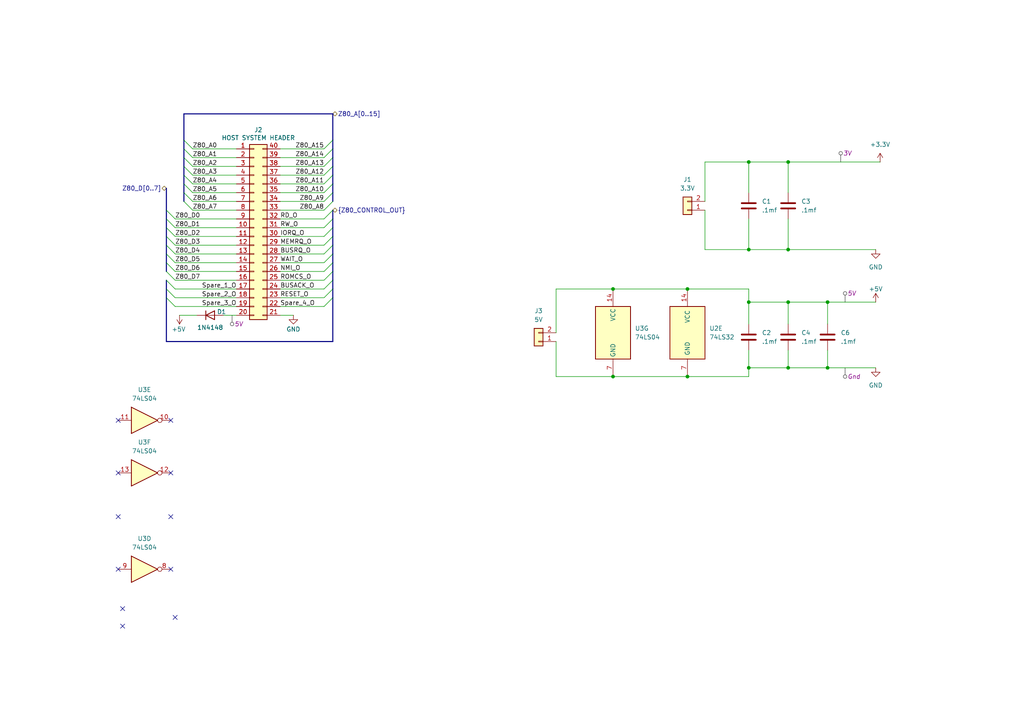
<source format=kicad_sch>
(kicad_sch
	(version 20231120)
	(generator "eeschema")
	(generator_version "8.0")
	(uuid "146b3de4-fe5f-4965-9764-405a4c96069f")
	(paper "A4")
	(lib_symbols
		(symbol "74xx:74LS04"
			(exclude_from_sim no)
			(in_bom yes)
			(on_board yes)
			(property "Reference" "U"
				(at 0 1.27 0)
				(effects
					(font
						(size 1.27 1.27)
					)
				)
			)
			(property "Value" "74LS04"
				(at 0 -1.27 0)
				(effects
					(font
						(size 1.27 1.27)
					)
				)
			)
			(property "Footprint" ""
				(at 0 0 0)
				(effects
					(font
						(size 1.27 1.27)
					)
					(hide yes)
				)
			)
			(property "Datasheet" "http://www.ti.com/lit/gpn/sn74LS04"
				(at 0 0 0)
				(effects
					(font
						(size 1.27 1.27)
					)
					(hide yes)
				)
			)
			(property "Description" "Hex Inverter"
				(at 0 0 0)
				(effects
					(font
						(size 1.27 1.27)
					)
					(hide yes)
				)
			)
			(property "ki_locked" ""
				(at 0 0 0)
				(effects
					(font
						(size 1.27 1.27)
					)
				)
			)
			(property "ki_keywords" "TTL not inv"
				(at 0 0 0)
				(effects
					(font
						(size 1.27 1.27)
					)
					(hide yes)
				)
			)
			(property "ki_fp_filters" "DIP*W7.62mm* SSOP?14* TSSOP?14*"
				(at 0 0 0)
				(effects
					(font
						(size 1.27 1.27)
					)
					(hide yes)
				)
			)
			(symbol "74LS04_1_0"
				(polyline
					(pts
						(xy -3.81 3.81) (xy -3.81 -3.81) (xy 3.81 0) (xy -3.81 3.81)
					)
					(stroke
						(width 0.254)
						(type default)
					)
					(fill
						(type background)
					)
				)
				(pin input line
					(at -7.62 0 0)
					(length 3.81)
					(name "~"
						(effects
							(font
								(size 1.27 1.27)
							)
						)
					)
					(number "1"
						(effects
							(font
								(size 1.27 1.27)
							)
						)
					)
				)
				(pin output inverted
					(at 7.62 0 180)
					(length 3.81)
					(name "~"
						(effects
							(font
								(size 1.27 1.27)
							)
						)
					)
					(number "2"
						(effects
							(font
								(size 1.27 1.27)
							)
						)
					)
				)
			)
			(symbol "74LS04_2_0"
				(polyline
					(pts
						(xy -3.81 3.81) (xy -3.81 -3.81) (xy 3.81 0) (xy -3.81 3.81)
					)
					(stroke
						(width 0.254)
						(type default)
					)
					(fill
						(type background)
					)
				)
				(pin input line
					(at -7.62 0 0)
					(length 3.81)
					(name "~"
						(effects
							(font
								(size 1.27 1.27)
							)
						)
					)
					(number "3"
						(effects
							(font
								(size 1.27 1.27)
							)
						)
					)
				)
				(pin output inverted
					(at 7.62 0 180)
					(length 3.81)
					(name "~"
						(effects
							(font
								(size 1.27 1.27)
							)
						)
					)
					(number "4"
						(effects
							(font
								(size 1.27 1.27)
							)
						)
					)
				)
			)
			(symbol "74LS04_3_0"
				(polyline
					(pts
						(xy -3.81 3.81) (xy -3.81 -3.81) (xy 3.81 0) (xy -3.81 3.81)
					)
					(stroke
						(width 0.254)
						(type default)
					)
					(fill
						(type background)
					)
				)
				(pin input line
					(at -7.62 0 0)
					(length 3.81)
					(name "~"
						(effects
							(font
								(size 1.27 1.27)
							)
						)
					)
					(number "5"
						(effects
							(font
								(size 1.27 1.27)
							)
						)
					)
				)
				(pin output inverted
					(at 7.62 0 180)
					(length 3.81)
					(name "~"
						(effects
							(font
								(size 1.27 1.27)
							)
						)
					)
					(number "6"
						(effects
							(font
								(size 1.27 1.27)
							)
						)
					)
				)
			)
			(symbol "74LS04_4_0"
				(polyline
					(pts
						(xy -3.81 3.81) (xy -3.81 -3.81) (xy 3.81 0) (xy -3.81 3.81)
					)
					(stroke
						(width 0.254)
						(type default)
					)
					(fill
						(type background)
					)
				)
				(pin output inverted
					(at 7.62 0 180)
					(length 3.81)
					(name "~"
						(effects
							(font
								(size 1.27 1.27)
							)
						)
					)
					(number "8"
						(effects
							(font
								(size 1.27 1.27)
							)
						)
					)
				)
				(pin input line
					(at -7.62 0 0)
					(length 3.81)
					(name "~"
						(effects
							(font
								(size 1.27 1.27)
							)
						)
					)
					(number "9"
						(effects
							(font
								(size 1.27 1.27)
							)
						)
					)
				)
			)
			(symbol "74LS04_5_0"
				(polyline
					(pts
						(xy -3.81 3.81) (xy -3.81 -3.81) (xy 3.81 0) (xy -3.81 3.81)
					)
					(stroke
						(width 0.254)
						(type default)
					)
					(fill
						(type background)
					)
				)
				(pin output inverted
					(at 7.62 0 180)
					(length 3.81)
					(name "~"
						(effects
							(font
								(size 1.27 1.27)
							)
						)
					)
					(number "10"
						(effects
							(font
								(size 1.27 1.27)
							)
						)
					)
				)
				(pin input line
					(at -7.62 0 0)
					(length 3.81)
					(name "~"
						(effects
							(font
								(size 1.27 1.27)
							)
						)
					)
					(number "11"
						(effects
							(font
								(size 1.27 1.27)
							)
						)
					)
				)
			)
			(symbol "74LS04_6_0"
				(polyline
					(pts
						(xy -3.81 3.81) (xy -3.81 -3.81) (xy 3.81 0) (xy -3.81 3.81)
					)
					(stroke
						(width 0.254)
						(type default)
					)
					(fill
						(type background)
					)
				)
				(pin output inverted
					(at 7.62 0 180)
					(length 3.81)
					(name "~"
						(effects
							(font
								(size 1.27 1.27)
							)
						)
					)
					(number "12"
						(effects
							(font
								(size 1.27 1.27)
							)
						)
					)
				)
				(pin input line
					(at -7.62 0 0)
					(length 3.81)
					(name "~"
						(effects
							(font
								(size 1.27 1.27)
							)
						)
					)
					(number "13"
						(effects
							(font
								(size 1.27 1.27)
							)
						)
					)
				)
			)
			(symbol "74LS04_7_0"
				(pin power_in line
					(at 0 12.7 270)
					(length 5.08)
					(name "VCC"
						(effects
							(font
								(size 1.27 1.27)
							)
						)
					)
					(number "14"
						(effects
							(font
								(size 1.27 1.27)
							)
						)
					)
				)
				(pin power_in line
					(at 0 -12.7 90)
					(length 5.08)
					(name "GND"
						(effects
							(font
								(size 1.27 1.27)
							)
						)
					)
					(number "7"
						(effects
							(font
								(size 1.27 1.27)
							)
						)
					)
				)
			)
			(symbol "74LS04_7_1"
				(rectangle
					(start -5.08 7.62)
					(end 5.08 -7.62)
					(stroke
						(width 0.254)
						(type default)
					)
					(fill
						(type background)
					)
				)
			)
		)
		(symbol "74xx:74LS32"
			(pin_names
				(offset 1.016)
			)
			(exclude_from_sim no)
			(in_bom yes)
			(on_board yes)
			(property "Reference" "U"
				(at 0 1.27 0)
				(effects
					(font
						(size 1.27 1.27)
					)
				)
			)
			(property "Value" "74LS32"
				(at 0 -1.27 0)
				(effects
					(font
						(size 1.27 1.27)
					)
				)
			)
			(property "Footprint" ""
				(at 0 0 0)
				(effects
					(font
						(size 1.27 1.27)
					)
					(hide yes)
				)
			)
			(property "Datasheet" "http://www.ti.com/lit/gpn/sn74LS32"
				(at 0 0 0)
				(effects
					(font
						(size 1.27 1.27)
					)
					(hide yes)
				)
			)
			(property "Description" "Quad 2-input OR"
				(at 0 0 0)
				(effects
					(font
						(size 1.27 1.27)
					)
					(hide yes)
				)
			)
			(property "ki_locked" ""
				(at 0 0 0)
				(effects
					(font
						(size 1.27 1.27)
					)
				)
			)
			(property "ki_keywords" "TTL Or2"
				(at 0 0 0)
				(effects
					(font
						(size 1.27 1.27)
					)
					(hide yes)
				)
			)
			(property "ki_fp_filters" "DIP?14*"
				(at 0 0 0)
				(effects
					(font
						(size 1.27 1.27)
					)
					(hide yes)
				)
			)
			(symbol "74LS32_1_1"
				(arc
					(start -3.81 -3.81)
					(mid -2.589 0)
					(end -3.81 3.81)
					(stroke
						(width 0.254)
						(type default)
					)
					(fill
						(type none)
					)
				)
				(arc
					(start -0.6096 -3.81)
					(mid 2.1842 -2.5851)
					(end 3.81 0)
					(stroke
						(width 0.254)
						(type default)
					)
					(fill
						(type background)
					)
				)
				(polyline
					(pts
						(xy -3.81 -3.81) (xy -0.635 -3.81)
					)
					(stroke
						(width 0.254)
						(type default)
					)
					(fill
						(type background)
					)
				)
				(polyline
					(pts
						(xy -3.81 3.81) (xy -0.635 3.81)
					)
					(stroke
						(width 0.254)
						(type default)
					)
					(fill
						(type background)
					)
				)
				(polyline
					(pts
						(xy -0.635 3.81) (xy -3.81 3.81) (xy -3.81 3.81) (xy -3.556 3.4036) (xy -3.0226 2.2606) (xy -2.6924 1.0414)
						(xy -2.6162 -0.254) (xy -2.7686 -1.4986) (xy -3.175 -2.7178) (xy -3.81 -3.81) (xy -3.81 -3.81)
						(xy -0.635 -3.81)
					)
					(stroke
						(width -25.4)
						(type default)
					)
					(fill
						(type background)
					)
				)
				(arc
					(start 3.81 0)
					(mid 2.1915 2.5936)
					(end -0.6096 3.81)
					(stroke
						(width 0.254)
						(type default)
					)
					(fill
						(type background)
					)
				)
				(pin input line
					(at -7.62 2.54 0)
					(length 4.318)
					(name "~"
						(effects
							(font
								(size 1.27 1.27)
							)
						)
					)
					(number "1"
						(effects
							(font
								(size 1.27 1.27)
							)
						)
					)
				)
				(pin input line
					(at -7.62 -2.54 0)
					(length 4.318)
					(name "~"
						(effects
							(font
								(size 1.27 1.27)
							)
						)
					)
					(number "2"
						(effects
							(font
								(size 1.27 1.27)
							)
						)
					)
				)
				(pin output line
					(at 7.62 0 180)
					(length 3.81)
					(name "~"
						(effects
							(font
								(size 1.27 1.27)
							)
						)
					)
					(number "3"
						(effects
							(font
								(size 1.27 1.27)
							)
						)
					)
				)
			)
			(symbol "74LS32_1_2"
				(arc
					(start 0 -3.81)
					(mid 3.7934 0)
					(end 0 3.81)
					(stroke
						(width 0.254)
						(type default)
					)
					(fill
						(type background)
					)
				)
				(polyline
					(pts
						(xy 0 3.81) (xy -3.81 3.81) (xy -3.81 -3.81) (xy 0 -3.81)
					)
					(stroke
						(width 0.254)
						(type default)
					)
					(fill
						(type background)
					)
				)
				(pin input inverted
					(at -7.62 2.54 0)
					(length 3.81)
					(name "~"
						(effects
							(font
								(size 1.27 1.27)
							)
						)
					)
					(number "1"
						(effects
							(font
								(size 1.27 1.27)
							)
						)
					)
				)
				(pin input inverted
					(at -7.62 -2.54 0)
					(length 3.81)
					(name "~"
						(effects
							(font
								(size 1.27 1.27)
							)
						)
					)
					(number "2"
						(effects
							(font
								(size 1.27 1.27)
							)
						)
					)
				)
				(pin output inverted
					(at 7.62 0 180)
					(length 3.81)
					(name "~"
						(effects
							(font
								(size 1.27 1.27)
							)
						)
					)
					(number "3"
						(effects
							(font
								(size 1.27 1.27)
							)
						)
					)
				)
			)
			(symbol "74LS32_2_1"
				(arc
					(start -3.81 -3.81)
					(mid -2.589 0)
					(end -3.81 3.81)
					(stroke
						(width 0.254)
						(type default)
					)
					(fill
						(type none)
					)
				)
				(arc
					(start -0.6096 -3.81)
					(mid 2.1842 -2.5851)
					(end 3.81 0)
					(stroke
						(width 0.254)
						(type default)
					)
					(fill
						(type background)
					)
				)
				(polyline
					(pts
						(xy -3.81 -3.81) (xy -0.635 -3.81)
					)
					(stroke
						(width 0.254)
						(type default)
					)
					(fill
						(type background)
					)
				)
				(polyline
					(pts
						(xy -3.81 3.81) (xy -0.635 3.81)
					)
					(stroke
						(width 0.254)
						(type default)
					)
					(fill
						(type background)
					)
				)
				(polyline
					(pts
						(xy -0.635 3.81) (xy -3.81 3.81) (xy -3.81 3.81) (xy -3.556 3.4036) (xy -3.0226 2.2606) (xy -2.6924 1.0414)
						(xy -2.6162 -0.254) (xy -2.7686 -1.4986) (xy -3.175 -2.7178) (xy -3.81 -3.81) (xy -3.81 -3.81)
						(xy -0.635 -3.81)
					)
					(stroke
						(width -25.4)
						(type default)
					)
					(fill
						(type background)
					)
				)
				(arc
					(start 3.81 0)
					(mid 2.1915 2.5936)
					(end -0.6096 3.81)
					(stroke
						(width 0.254)
						(type default)
					)
					(fill
						(type background)
					)
				)
				(pin input line
					(at -7.62 2.54 0)
					(length 4.318)
					(name "~"
						(effects
							(font
								(size 1.27 1.27)
							)
						)
					)
					(number "4"
						(effects
							(font
								(size 1.27 1.27)
							)
						)
					)
				)
				(pin input line
					(at -7.62 -2.54 0)
					(length 4.318)
					(name "~"
						(effects
							(font
								(size 1.27 1.27)
							)
						)
					)
					(number "5"
						(effects
							(font
								(size 1.27 1.27)
							)
						)
					)
				)
				(pin output line
					(at 7.62 0 180)
					(length 3.81)
					(name "~"
						(effects
							(font
								(size 1.27 1.27)
							)
						)
					)
					(number "6"
						(effects
							(font
								(size 1.27 1.27)
							)
						)
					)
				)
			)
			(symbol "74LS32_2_2"
				(arc
					(start 0 -3.81)
					(mid 3.7934 0)
					(end 0 3.81)
					(stroke
						(width 0.254)
						(type default)
					)
					(fill
						(type background)
					)
				)
				(polyline
					(pts
						(xy 0 3.81) (xy -3.81 3.81) (xy -3.81 -3.81) (xy 0 -3.81)
					)
					(stroke
						(width 0.254)
						(type default)
					)
					(fill
						(type background)
					)
				)
				(pin input inverted
					(at -7.62 2.54 0)
					(length 3.81)
					(name "~"
						(effects
							(font
								(size 1.27 1.27)
							)
						)
					)
					(number "4"
						(effects
							(font
								(size 1.27 1.27)
							)
						)
					)
				)
				(pin input inverted
					(at -7.62 -2.54 0)
					(length 3.81)
					(name "~"
						(effects
							(font
								(size 1.27 1.27)
							)
						)
					)
					(number "5"
						(effects
							(font
								(size 1.27 1.27)
							)
						)
					)
				)
				(pin output inverted
					(at 7.62 0 180)
					(length 3.81)
					(name "~"
						(effects
							(font
								(size 1.27 1.27)
							)
						)
					)
					(number "6"
						(effects
							(font
								(size 1.27 1.27)
							)
						)
					)
				)
			)
			(symbol "74LS32_3_1"
				(arc
					(start -3.81 -3.81)
					(mid -2.589 0)
					(end -3.81 3.81)
					(stroke
						(width 0.254)
						(type default)
					)
					(fill
						(type none)
					)
				)
				(arc
					(start -0.6096 -3.81)
					(mid 2.1842 -2.5851)
					(end 3.81 0)
					(stroke
						(width 0.254)
						(type default)
					)
					(fill
						(type background)
					)
				)
				(polyline
					(pts
						(xy -3.81 -3.81) (xy -0.635 -3.81)
					)
					(stroke
						(width 0.254)
						(type default)
					)
					(fill
						(type background)
					)
				)
				(polyline
					(pts
						(xy -3.81 3.81) (xy -0.635 3.81)
					)
					(stroke
						(width 0.254)
						(type default)
					)
					(fill
						(type background)
					)
				)
				(polyline
					(pts
						(xy -0.635 3.81) (xy -3.81 3.81) (xy -3.81 3.81) (xy -3.556 3.4036) (xy -3.0226 2.2606) (xy -2.6924 1.0414)
						(xy -2.6162 -0.254) (xy -2.7686 -1.4986) (xy -3.175 -2.7178) (xy -3.81 -3.81) (xy -3.81 -3.81)
						(xy -0.635 -3.81)
					)
					(stroke
						(width -25.4)
						(type default)
					)
					(fill
						(type background)
					)
				)
				(arc
					(start 3.81 0)
					(mid 2.1915 2.5936)
					(end -0.6096 3.81)
					(stroke
						(width 0.254)
						(type default)
					)
					(fill
						(type background)
					)
				)
				(pin input line
					(at -7.62 -2.54 0)
					(length 4.318)
					(name "~"
						(effects
							(font
								(size 1.27 1.27)
							)
						)
					)
					(number "10"
						(effects
							(font
								(size 1.27 1.27)
							)
						)
					)
				)
				(pin output line
					(at 7.62 0 180)
					(length 3.81)
					(name "~"
						(effects
							(font
								(size 1.27 1.27)
							)
						)
					)
					(number "8"
						(effects
							(font
								(size 1.27 1.27)
							)
						)
					)
				)
				(pin input line
					(at -7.62 2.54 0)
					(length 4.318)
					(name "~"
						(effects
							(font
								(size 1.27 1.27)
							)
						)
					)
					(number "9"
						(effects
							(font
								(size 1.27 1.27)
							)
						)
					)
				)
			)
			(symbol "74LS32_3_2"
				(arc
					(start 0 -3.81)
					(mid 3.7934 0)
					(end 0 3.81)
					(stroke
						(width 0.254)
						(type default)
					)
					(fill
						(type background)
					)
				)
				(polyline
					(pts
						(xy 0 3.81) (xy -3.81 3.81) (xy -3.81 -3.81) (xy 0 -3.81)
					)
					(stroke
						(width 0.254)
						(type default)
					)
					(fill
						(type background)
					)
				)
				(pin input inverted
					(at -7.62 -2.54 0)
					(length 3.81)
					(name "~"
						(effects
							(font
								(size 1.27 1.27)
							)
						)
					)
					(number "10"
						(effects
							(font
								(size 1.27 1.27)
							)
						)
					)
				)
				(pin output inverted
					(at 7.62 0 180)
					(length 3.81)
					(name "~"
						(effects
							(font
								(size 1.27 1.27)
							)
						)
					)
					(number "8"
						(effects
							(font
								(size 1.27 1.27)
							)
						)
					)
				)
				(pin input inverted
					(at -7.62 2.54 0)
					(length 3.81)
					(name "~"
						(effects
							(font
								(size 1.27 1.27)
							)
						)
					)
					(number "9"
						(effects
							(font
								(size 1.27 1.27)
							)
						)
					)
				)
			)
			(symbol "74LS32_4_1"
				(arc
					(start -3.81 -3.81)
					(mid -2.589 0)
					(end -3.81 3.81)
					(stroke
						(width 0.254)
						(type default)
					)
					(fill
						(type none)
					)
				)
				(arc
					(start -0.6096 -3.81)
					(mid 2.1842 -2.5851)
					(end 3.81 0)
					(stroke
						(width 0.254)
						(type default)
					)
					(fill
						(type background)
					)
				)
				(polyline
					(pts
						(xy -3.81 -3.81) (xy -0.635 -3.81)
					)
					(stroke
						(width 0.254)
						(type default)
					)
					(fill
						(type background)
					)
				)
				(polyline
					(pts
						(xy -3.81 3.81) (xy -0.635 3.81)
					)
					(stroke
						(width 0.254)
						(type default)
					)
					(fill
						(type background)
					)
				)
				(polyline
					(pts
						(xy -0.635 3.81) (xy -3.81 3.81) (xy -3.81 3.81) (xy -3.556 3.4036) (xy -3.0226 2.2606) (xy -2.6924 1.0414)
						(xy -2.6162 -0.254) (xy -2.7686 -1.4986) (xy -3.175 -2.7178) (xy -3.81 -3.81) (xy -3.81 -3.81)
						(xy -0.635 -3.81)
					)
					(stroke
						(width -25.4)
						(type default)
					)
					(fill
						(type background)
					)
				)
				(arc
					(start 3.81 0)
					(mid 2.1915 2.5936)
					(end -0.6096 3.81)
					(stroke
						(width 0.254)
						(type default)
					)
					(fill
						(type background)
					)
				)
				(pin output line
					(at 7.62 0 180)
					(length 3.81)
					(name "~"
						(effects
							(font
								(size 1.27 1.27)
							)
						)
					)
					(number "11"
						(effects
							(font
								(size 1.27 1.27)
							)
						)
					)
				)
				(pin input line
					(at -7.62 2.54 0)
					(length 4.318)
					(name "~"
						(effects
							(font
								(size 1.27 1.27)
							)
						)
					)
					(number "12"
						(effects
							(font
								(size 1.27 1.27)
							)
						)
					)
				)
				(pin input line
					(at -7.62 -2.54 0)
					(length 4.318)
					(name "~"
						(effects
							(font
								(size 1.27 1.27)
							)
						)
					)
					(number "13"
						(effects
							(font
								(size 1.27 1.27)
							)
						)
					)
				)
			)
			(symbol "74LS32_4_2"
				(arc
					(start 0 -3.81)
					(mid 3.7934 0)
					(end 0 3.81)
					(stroke
						(width 0.254)
						(type default)
					)
					(fill
						(type background)
					)
				)
				(polyline
					(pts
						(xy 0 3.81) (xy -3.81 3.81) (xy -3.81 -3.81) (xy 0 -3.81)
					)
					(stroke
						(width 0.254)
						(type default)
					)
					(fill
						(type background)
					)
				)
				(pin output inverted
					(at 7.62 0 180)
					(length 3.81)
					(name "~"
						(effects
							(font
								(size 1.27 1.27)
							)
						)
					)
					(number "11"
						(effects
							(font
								(size 1.27 1.27)
							)
						)
					)
				)
				(pin input inverted
					(at -7.62 2.54 0)
					(length 3.81)
					(name "~"
						(effects
							(font
								(size 1.27 1.27)
							)
						)
					)
					(number "12"
						(effects
							(font
								(size 1.27 1.27)
							)
						)
					)
				)
				(pin input inverted
					(at -7.62 -2.54 0)
					(length 3.81)
					(name "~"
						(effects
							(font
								(size 1.27 1.27)
							)
						)
					)
					(number "13"
						(effects
							(font
								(size 1.27 1.27)
							)
						)
					)
				)
			)
			(symbol "74LS32_5_0"
				(pin power_in line
					(at 0 12.7 270)
					(length 5.08)
					(name "VCC"
						(effects
							(font
								(size 1.27 1.27)
							)
						)
					)
					(number "14"
						(effects
							(font
								(size 1.27 1.27)
							)
						)
					)
				)
				(pin power_in line
					(at 0 -12.7 90)
					(length 5.08)
					(name "GND"
						(effects
							(font
								(size 1.27 1.27)
							)
						)
					)
					(number "7"
						(effects
							(font
								(size 1.27 1.27)
							)
						)
					)
				)
			)
			(symbol "74LS32_5_1"
				(rectangle
					(start -5.08 7.62)
					(end 5.08 -7.62)
					(stroke
						(width 0.254)
						(type default)
					)
					(fill
						(type background)
					)
				)
			)
		)
		(symbol "Connector_Generic:Conn_01x02"
			(pin_names
				(offset 1.016) hide)
			(exclude_from_sim no)
			(in_bom yes)
			(on_board yes)
			(property "Reference" "J"
				(at 0 2.54 0)
				(effects
					(font
						(size 1.27 1.27)
					)
				)
			)
			(property "Value" "Conn_01x02"
				(at 0 -5.08 0)
				(effects
					(font
						(size 1.27 1.27)
					)
				)
			)
			(property "Footprint" ""
				(at 0 0 0)
				(effects
					(font
						(size 1.27 1.27)
					)
					(hide yes)
				)
			)
			(property "Datasheet" "~"
				(at 0 0 0)
				(effects
					(font
						(size 1.27 1.27)
					)
					(hide yes)
				)
			)
			(property "Description" "Generic connector, single row, 01x02, script generated (kicad-library-utils/schlib/autogen/connector/)"
				(at 0 0 0)
				(effects
					(font
						(size 1.27 1.27)
					)
					(hide yes)
				)
			)
			(property "ki_keywords" "connector"
				(at 0 0 0)
				(effects
					(font
						(size 1.27 1.27)
					)
					(hide yes)
				)
			)
			(property "ki_fp_filters" "Connector*:*_1x??_*"
				(at 0 0 0)
				(effects
					(font
						(size 1.27 1.27)
					)
					(hide yes)
				)
			)
			(symbol "Conn_01x02_1_1"
				(rectangle
					(start -1.27 -2.413)
					(end 0 -2.667)
					(stroke
						(width 0.1524)
						(type default)
					)
					(fill
						(type none)
					)
				)
				(rectangle
					(start -1.27 0.127)
					(end 0 -0.127)
					(stroke
						(width 0.1524)
						(type default)
					)
					(fill
						(type none)
					)
				)
				(rectangle
					(start -1.27 1.27)
					(end 1.27 -3.81)
					(stroke
						(width 0.254)
						(type default)
					)
					(fill
						(type background)
					)
				)
				(pin passive line
					(at -5.08 0 0)
					(length 3.81)
					(name "Pin_1"
						(effects
							(font
								(size 1.27 1.27)
							)
						)
					)
					(number "1"
						(effects
							(font
								(size 1.27 1.27)
							)
						)
					)
				)
				(pin passive line
					(at -5.08 -2.54 0)
					(length 3.81)
					(name "Pin_2"
						(effects
							(font
								(size 1.27 1.27)
							)
						)
					)
					(number "2"
						(effects
							(font
								(size 1.27 1.27)
							)
						)
					)
				)
			)
		)
		(symbol "Connector_Generic:Conn_02x20_Counter_Clockwise"
			(pin_names
				(offset 1.016) hide)
			(exclude_from_sim no)
			(in_bom yes)
			(on_board yes)
			(property "Reference" "J"
				(at 1.27 25.4 0)
				(effects
					(font
						(size 1.27 1.27)
					)
				)
			)
			(property "Value" "Conn_02x20_Counter_Clockwise"
				(at 1.27 -27.94 0)
				(effects
					(font
						(size 1.27 1.27)
					)
				)
			)
			(property "Footprint" ""
				(at 0 0 0)
				(effects
					(font
						(size 1.27 1.27)
					)
					(hide yes)
				)
			)
			(property "Datasheet" "~"
				(at 0 0 0)
				(effects
					(font
						(size 1.27 1.27)
					)
					(hide yes)
				)
			)
			(property "Description" "Generic connector, double row, 02x20, counter clockwise pin numbering scheme (similar to DIP package numbering), script generated (kicad-library-utils/schlib/autogen/connector/)"
				(at 0 0 0)
				(effects
					(font
						(size 1.27 1.27)
					)
					(hide yes)
				)
			)
			(property "ki_keywords" "connector"
				(at 0 0 0)
				(effects
					(font
						(size 1.27 1.27)
					)
					(hide yes)
				)
			)
			(property "ki_fp_filters" "Connector*:*_2x??_*"
				(at 0 0 0)
				(effects
					(font
						(size 1.27 1.27)
					)
					(hide yes)
				)
			)
			(symbol "Conn_02x20_Counter_Clockwise_1_1"
				(rectangle
					(start -1.27 -25.273)
					(end 0 -25.527)
					(stroke
						(width 0.1524)
						(type default)
					)
					(fill
						(type none)
					)
				)
				(rectangle
					(start -1.27 -22.733)
					(end 0 -22.987)
					(stroke
						(width 0.1524)
						(type default)
					)
					(fill
						(type none)
					)
				)
				(rectangle
					(start -1.27 -20.193)
					(end 0 -20.447)
					(stroke
						(width 0.1524)
						(type default)
					)
					(fill
						(type none)
					)
				)
				(rectangle
					(start -1.27 -17.653)
					(end 0 -17.907)
					(stroke
						(width 0.1524)
						(type default)
					)
					(fill
						(type none)
					)
				)
				(rectangle
					(start -1.27 -15.113)
					(end 0 -15.367)
					(stroke
						(width 0.1524)
						(type default)
					)
					(fill
						(type none)
					)
				)
				(rectangle
					(start -1.27 -12.573)
					(end 0 -12.827)
					(stroke
						(width 0.1524)
						(type default)
					)
					(fill
						(type none)
					)
				)
				(rectangle
					(start -1.27 -10.033)
					(end 0 -10.287)
					(stroke
						(width 0.1524)
						(type default)
					)
					(fill
						(type none)
					)
				)
				(rectangle
					(start -1.27 -7.493)
					(end 0 -7.747)
					(stroke
						(width 0.1524)
						(type default)
					)
					(fill
						(type none)
					)
				)
				(rectangle
					(start -1.27 -4.953)
					(end 0 -5.207)
					(stroke
						(width 0.1524)
						(type default)
					)
					(fill
						(type none)
					)
				)
				(rectangle
					(start -1.27 -2.413)
					(end 0 -2.667)
					(stroke
						(width 0.1524)
						(type default)
					)
					(fill
						(type none)
					)
				)
				(rectangle
					(start -1.27 0.127)
					(end 0 -0.127)
					(stroke
						(width 0.1524)
						(type default)
					)
					(fill
						(type none)
					)
				)
				(rectangle
					(start -1.27 2.667)
					(end 0 2.413)
					(stroke
						(width 0.1524)
						(type default)
					)
					(fill
						(type none)
					)
				)
				(rectangle
					(start -1.27 5.207)
					(end 0 4.953)
					(stroke
						(width 0.1524)
						(type default)
					)
					(fill
						(type none)
					)
				)
				(rectangle
					(start -1.27 7.747)
					(end 0 7.493)
					(stroke
						(width 0.1524)
						(type default)
					)
					(fill
						(type none)
					)
				)
				(rectangle
					(start -1.27 10.287)
					(end 0 10.033)
					(stroke
						(width 0.1524)
						(type default)
					)
					(fill
						(type none)
					)
				)
				(rectangle
					(start -1.27 12.827)
					(end 0 12.573)
					(stroke
						(width 0.1524)
						(type default)
					)
					(fill
						(type none)
					)
				)
				(rectangle
					(start -1.27 15.367)
					(end 0 15.113)
					(stroke
						(width 0.1524)
						(type default)
					)
					(fill
						(type none)
					)
				)
				(rectangle
					(start -1.27 17.907)
					(end 0 17.653)
					(stroke
						(width 0.1524)
						(type default)
					)
					(fill
						(type none)
					)
				)
				(rectangle
					(start -1.27 20.447)
					(end 0 20.193)
					(stroke
						(width 0.1524)
						(type default)
					)
					(fill
						(type none)
					)
				)
				(rectangle
					(start -1.27 22.987)
					(end 0 22.733)
					(stroke
						(width 0.1524)
						(type default)
					)
					(fill
						(type none)
					)
				)
				(rectangle
					(start -1.27 24.13)
					(end 3.81 -26.67)
					(stroke
						(width 0.254)
						(type default)
					)
					(fill
						(type background)
					)
				)
				(rectangle
					(start 3.81 -25.273)
					(end 2.54 -25.527)
					(stroke
						(width 0.1524)
						(type default)
					)
					(fill
						(type none)
					)
				)
				(rectangle
					(start 3.81 -22.733)
					(end 2.54 -22.987)
					(stroke
						(width 0.1524)
						(type default)
					)
					(fill
						(type none)
					)
				)
				(rectangle
					(start 3.81 -20.193)
					(end 2.54 -20.447)
					(stroke
						(width 0.1524)
						(type default)
					)
					(fill
						(type none)
					)
				)
				(rectangle
					(start 3.81 -17.653)
					(end 2.54 -17.907)
					(stroke
						(width 0.1524)
						(type default)
					)
					(fill
						(type none)
					)
				)
				(rectangle
					(start 3.81 -15.113)
					(end 2.54 -15.367)
					(stroke
						(width 0.1524)
						(type default)
					)
					(fill
						(type none)
					)
				)
				(rectangle
					(start 3.81 -12.573)
					(end 2.54 -12.827)
					(stroke
						(width 0.1524)
						(type default)
					)
					(fill
						(type none)
					)
				)
				(rectangle
					(start 3.81 -10.033)
					(end 2.54 -10.287)
					(stroke
						(width 0.1524)
						(type default)
					)
					(fill
						(type none)
					)
				)
				(rectangle
					(start 3.81 -7.493)
					(end 2.54 -7.747)
					(stroke
						(width 0.1524)
						(type default)
					)
					(fill
						(type none)
					)
				)
				(rectangle
					(start 3.81 -4.953)
					(end 2.54 -5.207)
					(stroke
						(width 0.1524)
						(type default)
					)
					(fill
						(type none)
					)
				)
				(rectangle
					(start 3.81 -2.413)
					(end 2.54 -2.667)
					(stroke
						(width 0.1524)
						(type default)
					)
					(fill
						(type none)
					)
				)
				(rectangle
					(start 3.81 0.127)
					(end 2.54 -0.127)
					(stroke
						(width 0.1524)
						(type default)
					)
					(fill
						(type none)
					)
				)
				(rectangle
					(start 3.81 2.667)
					(end 2.54 2.413)
					(stroke
						(width 0.1524)
						(type default)
					)
					(fill
						(type none)
					)
				)
				(rectangle
					(start 3.81 5.207)
					(end 2.54 4.953)
					(stroke
						(width 0.1524)
						(type default)
					)
					(fill
						(type none)
					)
				)
				(rectangle
					(start 3.81 7.747)
					(end 2.54 7.493)
					(stroke
						(width 0.1524)
						(type default)
					)
					(fill
						(type none)
					)
				)
				(rectangle
					(start 3.81 10.287)
					(end 2.54 10.033)
					(stroke
						(width 0.1524)
						(type default)
					)
					(fill
						(type none)
					)
				)
				(rectangle
					(start 3.81 12.827)
					(end 2.54 12.573)
					(stroke
						(width 0.1524)
						(type default)
					)
					(fill
						(type none)
					)
				)
				(rectangle
					(start 3.81 15.367)
					(end 2.54 15.113)
					(stroke
						(width 0.1524)
						(type default)
					)
					(fill
						(type none)
					)
				)
				(rectangle
					(start 3.81 17.907)
					(end 2.54 17.653)
					(stroke
						(width 0.1524)
						(type default)
					)
					(fill
						(type none)
					)
				)
				(rectangle
					(start 3.81 20.447)
					(end 2.54 20.193)
					(stroke
						(width 0.1524)
						(type default)
					)
					(fill
						(type none)
					)
				)
				(rectangle
					(start 3.81 22.987)
					(end 2.54 22.733)
					(stroke
						(width 0.1524)
						(type default)
					)
					(fill
						(type none)
					)
				)
				(pin passive line
					(at -5.08 22.86 0)
					(length 3.81)
					(name "Pin_1"
						(effects
							(font
								(size 1.27 1.27)
							)
						)
					)
					(number "1"
						(effects
							(font
								(size 1.27 1.27)
							)
						)
					)
				)
				(pin passive line
					(at -5.08 0 0)
					(length 3.81)
					(name "Pin_10"
						(effects
							(font
								(size 1.27 1.27)
							)
						)
					)
					(number "10"
						(effects
							(font
								(size 1.27 1.27)
							)
						)
					)
				)
				(pin passive line
					(at -5.08 -2.54 0)
					(length 3.81)
					(name "Pin_11"
						(effects
							(font
								(size 1.27 1.27)
							)
						)
					)
					(number "11"
						(effects
							(font
								(size 1.27 1.27)
							)
						)
					)
				)
				(pin passive line
					(at -5.08 -5.08 0)
					(length 3.81)
					(name "Pin_12"
						(effects
							(font
								(size 1.27 1.27)
							)
						)
					)
					(number "12"
						(effects
							(font
								(size 1.27 1.27)
							)
						)
					)
				)
				(pin passive line
					(at -5.08 -7.62 0)
					(length 3.81)
					(name "Pin_13"
						(effects
							(font
								(size 1.27 1.27)
							)
						)
					)
					(number "13"
						(effects
							(font
								(size 1.27 1.27)
							)
						)
					)
				)
				(pin passive line
					(at -5.08 -10.16 0)
					(length 3.81)
					(name "Pin_14"
						(effects
							(font
								(size 1.27 1.27)
							)
						)
					)
					(number "14"
						(effects
							(font
								(size 1.27 1.27)
							)
						)
					)
				)
				(pin passive line
					(at -5.08 -12.7 0)
					(length 3.81)
					(name "Pin_15"
						(effects
							(font
								(size 1.27 1.27)
							)
						)
					)
					(number "15"
						(effects
							(font
								(size 1.27 1.27)
							)
						)
					)
				)
				(pin passive line
					(at -5.08 -15.24 0)
					(length 3.81)
					(name "Pin_16"
						(effects
							(font
								(size 1.27 1.27)
							)
						)
					)
					(number "16"
						(effects
							(font
								(size 1.27 1.27)
							)
						)
					)
				)
				(pin passive line
					(at -5.08 -17.78 0)
					(length 3.81)
					(name "Pin_17"
						(effects
							(font
								(size 1.27 1.27)
							)
						)
					)
					(number "17"
						(effects
							(font
								(size 1.27 1.27)
							)
						)
					)
				)
				(pin passive line
					(at -5.08 -20.32 0)
					(length 3.81)
					(name "Pin_18"
						(effects
							(font
								(size 1.27 1.27)
							)
						)
					)
					(number "18"
						(effects
							(font
								(size 1.27 1.27)
							)
						)
					)
				)
				(pin passive line
					(at -5.08 -22.86 0)
					(length 3.81)
					(name "Pin_19"
						(effects
							(font
								(size 1.27 1.27)
							)
						)
					)
					(number "19"
						(effects
							(font
								(size 1.27 1.27)
							)
						)
					)
				)
				(pin passive line
					(at -5.08 20.32 0)
					(length 3.81)
					(name "Pin_2"
						(effects
							(font
								(size 1.27 1.27)
							)
						)
					)
					(number "2"
						(effects
							(font
								(size 1.27 1.27)
							)
						)
					)
				)
				(pin passive line
					(at -5.08 -25.4 0)
					(length 3.81)
					(name "Pin_20"
						(effects
							(font
								(size 1.27 1.27)
							)
						)
					)
					(number "20"
						(effects
							(font
								(size 1.27 1.27)
							)
						)
					)
				)
				(pin passive line
					(at 7.62 -25.4 180)
					(length 3.81)
					(name "Pin_21"
						(effects
							(font
								(size 1.27 1.27)
							)
						)
					)
					(number "21"
						(effects
							(font
								(size 1.27 1.27)
							)
						)
					)
				)
				(pin passive line
					(at 7.62 -22.86 180)
					(length 3.81)
					(name "Pin_22"
						(effects
							(font
								(size 1.27 1.27)
							)
						)
					)
					(number "22"
						(effects
							(font
								(size 1.27 1.27)
							)
						)
					)
				)
				(pin passive line
					(at 7.62 -20.32 180)
					(length 3.81)
					(name "Pin_23"
						(effects
							(font
								(size 1.27 1.27)
							)
						)
					)
					(number "23"
						(effects
							(font
								(size 1.27 1.27)
							)
						)
					)
				)
				(pin passive line
					(at 7.62 -17.78 180)
					(length 3.81)
					(name "Pin_24"
						(effects
							(font
								(size 1.27 1.27)
							)
						)
					)
					(number "24"
						(effects
							(font
								(size 1.27 1.27)
							)
						)
					)
				)
				(pin passive line
					(at 7.62 -15.24 180)
					(length 3.81)
					(name "Pin_25"
						(effects
							(font
								(size 1.27 1.27)
							)
						)
					)
					(number "25"
						(effects
							(font
								(size 1.27 1.27)
							)
						)
					)
				)
				(pin passive line
					(at 7.62 -12.7 180)
					(length 3.81)
					(name "Pin_26"
						(effects
							(font
								(size 1.27 1.27)
							)
						)
					)
					(number "26"
						(effects
							(font
								(size 1.27 1.27)
							)
						)
					)
				)
				(pin passive line
					(at 7.62 -10.16 180)
					(length 3.81)
					(name "Pin_27"
						(effects
							(font
								(size 1.27 1.27)
							)
						)
					)
					(number "27"
						(effects
							(font
								(size 1.27 1.27)
							)
						)
					)
				)
				(pin passive line
					(at 7.62 -7.62 180)
					(length 3.81)
					(name "Pin_28"
						(effects
							(font
								(size 1.27 1.27)
							)
						)
					)
					(number "28"
						(effects
							(font
								(size 1.27 1.27)
							)
						)
					)
				)
				(pin passive line
					(at 7.62 -5.08 180)
					(length 3.81)
					(name "Pin_29"
						(effects
							(font
								(size 1.27 1.27)
							)
						)
					)
					(number "29"
						(effects
							(font
								(size 1.27 1.27)
							)
						)
					)
				)
				(pin passive line
					(at -5.08 17.78 0)
					(length 3.81)
					(name "Pin_3"
						(effects
							(font
								(size 1.27 1.27)
							)
						)
					)
					(number "3"
						(effects
							(font
								(size 1.27 1.27)
							)
						)
					)
				)
				(pin passive line
					(at 7.62 -2.54 180)
					(length 3.81)
					(name "Pin_30"
						(effects
							(font
								(size 1.27 1.27)
							)
						)
					)
					(number "30"
						(effects
							(font
								(size 1.27 1.27)
							)
						)
					)
				)
				(pin passive line
					(at 7.62 0 180)
					(length 3.81)
					(name "Pin_31"
						(effects
							(font
								(size 1.27 1.27)
							)
						)
					)
					(number "31"
						(effects
							(font
								(size 1.27 1.27)
							)
						)
					)
				)
				(pin passive line
					(at 7.62 2.54 180)
					(length 3.81)
					(name "Pin_32"
						(effects
							(font
								(size 1.27 1.27)
							)
						)
					)
					(number "32"
						(effects
							(font
								(size 1.27 1.27)
							)
						)
					)
				)
				(pin passive line
					(at 7.62 5.08 180)
					(length 3.81)
					(name "Pin_33"
						(effects
							(font
								(size 1.27 1.27)
							)
						)
					)
					(number "33"
						(effects
							(font
								(size 1.27 1.27)
							)
						)
					)
				)
				(pin passive line
					(at 7.62 7.62 180)
					(length 3.81)
					(name "Pin_34"
						(effects
							(font
								(size 1.27 1.27)
							)
						)
					)
					(number "34"
						(effects
							(font
								(size 1.27 1.27)
							)
						)
					)
				)
				(pin passive line
					(at 7.62 10.16 180)
					(length 3.81)
					(name "Pin_35"
						(effects
							(font
								(size 1.27 1.27)
							)
						)
					)
					(number "35"
						(effects
							(font
								(size 1.27 1.27)
							)
						)
					)
				)
				(pin passive line
					(at 7.62 12.7 180)
					(length 3.81)
					(name "Pin_36"
						(effects
							(font
								(size 1.27 1.27)
							)
						)
					)
					(number "36"
						(effects
							(font
								(size 1.27 1.27)
							)
						)
					)
				)
				(pin passive line
					(at 7.62 15.24 180)
					(length 3.81)
					(name "Pin_37"
						(effects
							(font
								(size 1.27 1.27)
							)
						)
					)
					(number "37"
						(effects
							(font
								(size 1.27 1.27)
							)
						)
					)
				)
				(pin passive line
					(at 7.62 17.78 180)
					(length 3.81)
					(name "Pin_38"
						(effects
							(font
								(size 1.27 1.27)
							)
						)
					)
					(number "38"
						(effects
							(font
								(size 1.27 1.27)
							)
						)
					)
				)
				(pin passive line
					(at 7.62 20.32 180)
					(length 3.81)
					(name "Pin_39"
						(effects
							(font
								(size 1.27 1.27)
							)
						)
					)
					(number "39"
						(effects
							(font
								(size 1.27 1.27)
							)
						)
					)
				)
				(pin passive line
					(at -5.08 15.24 0)
					(length 3.81)
					(name "Pin_4"
						(effects
							(font
								(size 1.27 1.27)
							)
						)
					)
					(number "4"
						(effects
							(font
								(size 1.27 1.27)
							)
						)
					)
				)
				(pin passive line
					(at 7.62 22.86 180)
					(length 3.81)
					(name "Pin_40"
						(effects
							(font
								(size 1.27 1.27)
							)
						)
					)
					(number "40"
						(effects
							(font
								(size 1.27 1.27)
							)
						)
					)
				)
				(pin passive line
					(at -5.08 12.7 0)
					(length 3.81)
					(name "Pin_5"
						(effects
							(font
								(size 1.27 1.27)
							)
						)
					)
					(number "5"
						(effects
							(font
								(size 1.27 1.27)
							)
						)
					)
				)
				(pin passive line
					(at -5.08 10.16 0)
					(length 3.81)
					(name "Pin_6"
						(effects
							(font
								(size 1.27 1.27)
							)
						)
					)
					(number "6"
						(effects
							(font
								(size 1.27 1.27)
							)
						)
					)
				)
				(pin passive line
					(at -5.08 7.62 0)
					(length 3.81)
					(name "Pin_7"
						(effects
							(font
								(size 1.27 1.27)
							)
						)
					)
					(number "7"
						(effects
							(font
								(size 1.27 1.27)
							)
						)
					)
				)
				(pin passive line
					(at -5.08 5.08 0)
					(length 3.81)
					(name "Pin_8"
						(effects
							(font
								(size 1.27 1.27)
							)
						)
					)
					(number "8"
						(effects
							(font
								(size 1.27 1.27)
							)
						)
					)
				)
				(pin passive line
					(at -5.08 2.54 0)
					(length 3.81)
					(name "Pin_9"
						(effects
							(font
								(size 1.27 1.27)
							)
						)
					)
					(number "9"
						(effects
							(font
								(size 1.27 1.27)
							)
						)
					)
				)
			)
		)
		(symbol "Device:C"
			(pin_numbers hide)
			(pin_names
				(offset 0.254)
			)
			(exclude_from_sim no)
			(in_bom yes)
			(on_board yes)
			(property "Reference" "C"
				(at 0.635 2.54 0)
				(effects
					(font
						(size 1.27 1.27)
					)
					(justify left)
				)
			)
			(property "Value" "C"
				(at 0.635 -2.54 0)
				(effects
					(font
						(size 1.27 1.27)
					)
					(justify left)
				)
			)
			(property "Footprint" ""
				(at 0.9652 -3.81 0)
				(effects
					(font
						(size 1.27 1.27)
					)
					(hide yes)
				)
			)
			(property "Datasheet" "~"
				(at 0 0 0)
				(effects
					(font
						(size 1.27 1.27)
					)
					(hide yes)
				)
			)
			(property "Description" "Unpolarized capacitor"
				(at 0 0 0)
				(effects
					(font
						(size 1.27 1.27)
					)
					(hide yes)
				)
			)
			(property "ki_keywords" "cap capacitor"
				(at 0 0 0)
				(effects
					(font
						(size 1.27 1.27)
					)
					(hide yes)
				)
			)
			(property "ki_fp_filters" "C_*"
				(at 0 0 0)
				(effects
					(font
						(size 1.27 1.27)
					)
					(hide yes)
				)
			)
			(symbol "C_0_1"
				(polyline
					(pts
						(xy -2.032 -0.762) (xy 2.032 -0.762)
					)
					(stroke
						(width 0.508)
						(type default)
					)
					(fill
						(type none)
					)
				)
				(polyline
					(pts
						(xy -2.032 0.762) (xy 2.032 0.762)
					)
					(stroke
						(width 0.508)
						(type default)
					)
					(fill
						(type none)
					)
				)
			)
			(symbol "C_1_1"
				(pin passive line
					(at 0 3.81 270)
					(length 2.794)
					(name "~"
						(effects
							(font
								(size 1.27 1.27)
							)
						)
					)
					(number "1"
						(effects
							(font
								(size 1.27 1.27)
							)
						)
					)
				)
				(pin passive line
					(at 0 -3.81 90)
					(length 2.794)
					(name "~"
						(effects
							(font
								(size 1.27 1.27)
							)
						)
					)
					(number "2"
						(effects
							(font
								(size 1.27 1.27)
							)
						)
					)
				)
			)
		)
		(symbol "Diode:1N4148"
			(pin_numbers hide)
			(pin_names hide)
			(exclude_from_sim no)
			(in_bom yes)
			(on_board yes)
			(property "Reference" "D"
				(at 0 2.54 0)
				(effects
					(font
						(size 1.27 1.27)
					)
				)
			)
			(property "Value" "1N4148"
				(at 0 -2.54 0)
				(effects
					(font
						(size 1.27 1.27)
					)
				)
			)
			(property "Footprint" "Diode_THT:D_DO-35_SOD27_P7.62mm_Horizontal"
				(at 0 0 0)
				(effects
					(font
						(size 1.27 1.27)
					)
					(hide yes)
				)
			)
			(property "Datasheet" "https://assets.nexperia.com/documents/data-sheet/1N4148_1N4448.pdf"
				(at 0 0 0)
				(effects
					(font
						(size 1.27 1.27)
					)
					(hide yes)
				)
			)
			(property "Description" "100V 0.15A standard switching diode, DO-35"
				(at 0 0 0)
				(effects
					(font
						(size 1.27 1.27)
					)
					(hide yes)
				)
			)
			(property "Sim.Device" "D"
				(at 0 0 0)
				(effects
					(font
						(size 1.27 1.27)
					)
					(hide yes)
				)
			)
			(property "Sim.Pins" "1=K 2=A"
				(at 0 0 0)
				(effects
					(font
						(size 1.27 1.27)
					)
					(hide yes)
				)
			)
			(property "ki_keywords" "diode"
				(at 0 0 0)
				(effects
					(font
						(size 1.27 1.27)
					)
					(hide yes)
				)
			)
			(property "ki_fp_filters" "D*DO?35*"
				(at 0 0 0)
				(effects
					(font
						(size 1.27 1.27)
					)
					(hide yes)
				)
			)
			(symbol "1N4148_0_1"
				(polyline
					(pts
						(xy -1.27 1.27) (xy -1.27 -1.27)
					)
					(stroke
						(width 0.254)
						(type default)
					)
					(fill
						(type none)
					)
				)
				(polyline
					(pts
						(xy 1.27 0) (xy -1.27 0)
					)
					(stroke
						(width 0)
						(type default)
					)
					(fill
						(type none)
					)
				)
				(polyline
					(pts
						(xy 1.27 1.27) (xy 1.27 -1.27) (xy -1.27 0) (xy 1.27 1.27)
					)
					(stroke
						(width 0.254)
						(type default)
					)
					(fill
						(type none)
					)
				)
			)
			(symbol "1N4148_1_1"
				(pin passive line
					(at -3.81 0 0)
					(length 2.54)
					(name "K"
						(effects
							(font
								(size 1.27 1.27)
							)
						)
					)
					(number "1"
						(effects
							(font
								(size 1.27 1.27)
							)
						)
					)
				)
				(pin passive line
					(at 3.81 0 180)
					(length 2.54)
					(name "A"
						(effects
							(font
								(size 1.27 1.27)
							)
						)
					)
					(number "2"
						(effects
							(font
								(size 1.27 1.27)
							)
						)
					)
				)
			)
		)
		(symbol "power:+3.3V"
			(power)
			(pin_numbers hide)
			(pin_names
				(offset 0) hide)
			(exclude_from_sim no)
			(in_bom yes)
			(on_board yes)
			(property "Reference" "#PWR"
				(at 0 -3.81 0)
				(effects
					(font
						(size 1.27 1.27)
					)
					(hide yes)
				)
			)
			(property "Value" "+3.3V"
				(at 0 3.556 0)
				(effects
					(font
						(size 1.27 1.27)
					)
				)
			)
			(property "Footprint" ""
				(at 0 0 0)
				(effects
					(font
						(size 1.27 1.27)
					)
					(hide yes)
				)
			)
			(property "Datasheet" ""
				(at 0 0 0)
				(effects
					(font
						(size 1.27 1.27)
					)
					(hide yes)
				)
			)
			(property "Description" "Power symbol creates a global label with name \"+3.3V\""
				(at 0 0 0)
				(effects
					(font
						(size 1.27 1.27)
					)
					(hide yes)
				)
			)
			(property "ki_keywords" "global power"
				(at 0 0 0)
				(effects
					(font
						(size 1.27 1.27)
					)
					(hide yes)
				)
			)
			(symbol "+3.3V_0_1"
				(polyline
					(pts
						(xy -0.762 1.27) (xy 0 2.54)
					)
					(stroke
						(width 0)
						(type default)
					)
					(fill
						(type none)
					)
				)
				(polyline
					(pts
						(xy 0 0) (xy 0 2.54)
					)
					(stroke
						(width 0)
						(type default)
					)
					(fill
						(type none)
					)
				)
				(polyline
					(pts
						(xy 0 2.54) (xy 0.762 1.27)
					)
					(stroke
						(width 0)
						(type default)
					)
					(fill
						(type none)
					)
				)
			)
			(symbol "+3.3V_1_1"
				(pin power_in line
					(at 0 0 90)
					(length 0)
					(name "~"
						(effects
							(font
								(size 1.27 1.27)
							)
						)
					)
					(number "1"
						(effects
							(font
								(size 1.27 1.27)
							)
						)
					)
				)
			)
		)
		(symbol "power:+5V"
			(power)
			(pin_numbers hide)
			(pin_names
				(offset 0) hide)
			(exclude_from_sim no)
			(in_bom yes)
			(on_board yes)
			(property "Reference" "#PWR"
				(at 0 -3.81 0)
				(effects
					(font
						(size 1.27 1.27)
					)
					(hide yes)
				)
			)
			(property "Value" "+5V"
				(at 0 3.556 0)
				(effects
					(font
						(size 1.27 1.27)
					)
				)
			)
			(property "Footprint" ""
				(at 0 0 0)
				(effects
					(font
						(size 1.27 1.27)
					)
					(hide yes)
				)
			)
			(property "Datasheet" ""
				(at 0 0 0)
				(effects
					(font
						(size 1.27 1.27)
					)
					(hide yes)
				)
			)
			(property "Description" "Power symbol creates a global label with name \"+5V\""
				(at 0 0 0)
				(effects
					(font
						(size 1.27 1.27)
					)
					(hide yes)
				)
			)
			(property "ki_keywords" "global power"
				(at 0 0 0)
				(effects
					(font
						(size 1.27 1.27)
					)
					(hide yes)
				)
			)
			(symbol "+5V_0_1"
				(polyline
					(pts
						(xy -0.762 1.27) (xy 0 2.54)
					)
					(stroke
						(width 0)
						(type default)
					)
					(fill
						(type none)
					)
				)
				(polyline
					(pts
						(xy 0 0) (xy 0 2.54)
					)
					(stroke
						(width 0)
						(type default)
					)
					(fill
						(type none)
					)
				)
				(polyline
					(pts
						(xy 0 2.54) (xy 0.762 1.27)
					)
					(stroke
						(width 0)
						(type default)
					)
					(fill
						(type none)
					)
				)
			)
			(symbol "+5V_1_1"
				(pin power_in line
					(at 0 0 90)
					(length 0)
					(name "~"
						(effects
							(font
								(size 1.27 1.27)
							)
						)
					)
					(number "1"
						(effects
							(font
								(size 1.27 1.27)
							)
						)
					)
				)
			)
		)
		(symbol "power:GND"
			(power)
			(pin_numbers hide)
			(pin_names
				(offset 0) hide)
			(exclude_from_sim no)
			(in_bom yes)
			(on_board yes)
			(property "Reference" "#PWR"
				(at 0 -6.35 0)
				(effects
					(font
						(size 1.27 1.27)
					)
					(hide yes)
				)
			)
			(property "Value" "GND"
				(at 0 -3.81 0)
				(effects
					(font
						(size 1.27 1.27)
					)
				)
			)
			(property "Footprint" ""
				(at 0 0 0)
				(effects
					(font
						(size 1.27 1.27)
					)
					(hide yes)
				)
			)
			(property "Datasheet" ""
				(at 0 0 0)
				(effects
					(font
						(size 1.27 1.27)
					)
					(hide yes)
				)
			)
			(property "Description" "Power symbol creates a global label with name \"GND\" , ground"
				(at 0 0 0)
				(effects
					(font
						(size 1.27 1.27)
					)
					(hide yes)
				)
			)
			(property "ki_keywords" "global power"
				(at 0 0 0)
				(effects
					(font
						(size 1.27 1.27)
					)
					(hide yes)
				)
			)
			(symbol "GND_0_1"
				(polyline
					(pts
						(xy 0 0) (xy 0 -1.27) (xy 1.27 -1.27) (xy 0 -2.54) (xy -1.27 -1.27) (xy 0 -1.27)
					)
					(stroke
						(width 0)
						(type default)
					)
					(fill
						(type none)
					)
				)
			)
			(symbol "GND_1_1"
				(pin power_in line
					(at 0 0 270)
					(length 0)
					(name "~"
						(effects
							(font
								(size 1.27 1.27)
							)
						)
					)
					(number "1"
						(effects
							(font
								(size 1.27 1.27)
							)
						)
					)
				)
			)
		)
	)
	(junction
		(at 217.17 72.39)
		(diameter 0)
		(color 0 0 0 0)
		(uuid "16f741e7-99e2-4504-81fa-4ea83161430b")
	)
	(junction
		(at 199.39 109.22)
		(diameter 0)
		(color 0 0 0 0)
		(uuid "393510fb-8774-4353-a24c-124a449cbf1f")
	)
	(junction
		(at 228.6 46.99)
		(diameter 0)
		(color 0 0 0 0)
		(uuid "3d065568-cd15-498f-8f05-2a0105ab8120")
	)
	(junction
		(at 217.17 106.68)
		(diameter 0)
		(color 0 0 0 0)
		(uuid "69ac427c-7dbf-4666-acc0-42fe653ca214")
	)
	(junction
		(at 177.8 83.82)
		(diameter 0)
		(color 0 0 0 0)
		(uuid "7d8bf714-f853-477d-a23b-ca7a4d10f76d")
	)
	(junction
		(at 240.03 106.68)
		(diameter 0)
		(color 0 0 0 0)
		(uuid "84a65f61-3012-46e3-87b1-13e3fd593629")
	)
	(junction
		(at 228.6 106.68)
		(diameter 0)
		(color 0 0 0 0)
		(uuid "85ef2ee5-9ad5-4744-a883-6d9223e72f65")
	)
	(junction
		(at 217.17 46.99)
		(diameter 0)
		(color 0 0 0 0)
		(uuid "8cd12d01-60a0-4d45-a62c-40058a6b9541")
	)
	(junction
		(at 228.6 87.63)
		(diameter 0)
		(color 0 0 0 0)
		(uuid "a3100706-05e2-4cbe-9618-c89f568a1da9")
	)
	(junction
		(at 240.03 87.63)
		(diameter 0)
		(color 0 0 0 0)
		(uuid "b34733f6-47f3-4928-bf21-d8d04f1e8f3f")
	)
	(junction
		(at 228.6 72.39)
		(diameter 0)
		(color 0 0 0 0)
		(uuid "c3f4f003-54fc-44f0-8128-ca7c71fdb6bb")
	)
	(junction
		(at 199.39 83.82)
		(diameter 0)
		(color 0 0 0 0)
		(uuid "eb367ba9-6507-4a5b-b7ad-f9b412bee788")
	)
	(junction
		(at 177.8 109.22)
		(diameter 0)
		(color 0 0 0 0)
		(uuid "eec77601-a1c2-43aa-a0d3-10590c2b62ea")
	)
	(junction
		(at 217.17 87.63)
		(diameter 0)
		(color 0 0 0 0)
		(uuid "fb227583-4865-4034-ba39-2e5009b6ae85")
	)
	(no_connect
		(at 34.29 149.86)
		(uuid "0834ddb4-39b2-491f-bea0-74e226db3cc9")
	)
	(no_connect
		(at 35.56 176.53)
		(uuid "1c1715cc-4c0a-44ad-a8d2-0017a75ab01c")
	)
	(no_connect
		(at 34.29 137.16)
		(uuid "25858630-af27-4a5d-931b-61d1fc0f97ce")
	)
	(no_connect
		(at 34.29 121.92)
		(uuid "2bf587ba-5726-4bb8-8e0f-d9f5f699a97d")
	)
	(no_connect
		(at 34.29 165.1)
		(uuid "48960856-a194-4156-89b9-a30bcde80bb8")
	)
	(no_connect
		(at 49.53 121.92)
		(uuid "54d906c7-d4bb-4d1c-8108-b6bcf9d70713")
	)
	(no_connect
		(at 49.53 137.16)
		(uuid "5b4f4a3f-fe12-46cc-838d-bb11d09c40c9")
	)
	(no_connect
		(at 49.53 149.86)
		(uuid "76d4314e-c2e0-4cf5-82fc-bbafa271bc1c")
	)
	(no_connect
		(at 49.53 165.1)
		(uuid "9dc1a987-7ae1-4a38-bfcb-95059f6ec887")
	)
	(no_connect
		(at 35.56 181.61)
		(uuid "b11b8466-1a67-47cf-9853-92a786af4e62")
	)
	(no_connect
		(at 50.8 179.07)
		(uuid "d0f48b3f-b074-4cd7-bfd0-a3dd475a614a")
	)
	(bus_entry
		(at 96.52 86.36)
		(size -2.54 2.54)
		(stroke
			(width 0)
			(type default)
		)
		(uuid "0020d2be-aa29-4ac3-9c22-63eac65e53f0")
	)
	(bus_entry
		(at 96.52 43.18)
		(size -2.54 2.54)
		(stroke
			(width 0)
			(type default)
		)
		(uuid "0ba823bc-83bf-4088-b779-4e9434f0fc35")
	)
	(bus_entry
		(at 53.34 48.26)
		(size 2.54 2.54)
		(stroke
			(width 0)
			(type default)
		)
		(uuid "11b79a2d-29a7-48cd-b4fd-9c2858240294")
	)
	(bus_entry
		(at 48.26 76.2)
		(size 2.54 2.54)
		(stroke
			(width 0)
			(type default)
		)
		(uuid "13b96f45-7743-4843-8de8-a3dd951d3a63")
	)
	(bus_entry
		(at 96.52 76.2)
		(size -2.54 2.54)
		(stroke
			(width 0)
			(type default)
		)
		(uuid "14361aad-bfc7-4770-8d60-853e7564c688")
	)
	(bus_entry
		(at 96.52 63.5)
		(size -2.54 2.54)
		(stroke
			(width 0)
			(type default)
		)
		(uuid "16fe17c3-2821-4570-8378-0ac28bdc7ec3")
	)
	(bus_entry
		(at 96.52 73.66)
		(size -2.54 2.54)
		(stroke
			(width 0)
			(type default)
		)
		(uuid "17244738-d042-4185-9620-1d6ea06e7b62")
	)
	(bus_entry
		(at 96.52 66.04)
		(size -2.54 2.54)
		(stroke
			(width 0)
			(type default)
		)
		(uuid "1c3f65ab-fa38-4786-b75f-7746409f258d")
	)
	(bus_entry
		(at 96.52 71.12)
		(size -2.54 2.54)
		(stroke
			(width 0)
			(type default)
		)
		(uuid "268d29c1-97c4-4ddb-9c7e-245aafc5bee4")
	)
	(bus_entry
		(at 53.34 43.18)
		(size 2.54 2.54)
		(stroke
			(width 0)
			(type default)
		)
		(uuid "2ae615ea-19df-4e1f-a0cc-7a5505677845")
	)
	(bus_entry
		(at 96.52 53.34)
		(size -2.54 2.54)
		(stroke
			(width 0)
			(type default)
		)
		(uuid "2bf8ed81-f3fb-4a44-ad77-a210b6cc8758")
	)
	(bus_entry
		(at 53.34 58.42)
		(size 2.54 2.54)
		(stroke
			(width 0)
			(type default)
		)
		(uuid "35b98415-ac6b-497b-a0dc-b43e8748a24a")
	)
	(bus_entry
		(at 96.52 45.72)
		(size -2.54 2.54)
		(stroke
			(width 0)
			(type default)
		)
		(uuid "39efa913-8d9c-407f-b199-a16f8aed5447")
	)
	(bus_entry
		(at 96.52 81.28)
		(size -2.54 2.54)
		(stroke
			(width 0)
			(type default)
		)
		(uuid "402ec72d-3078-4d84-8daf-e2e85f04ed30")
	)
	(bus_entry
		(at 48.26 86.36)
		(size 2.54 2.54)
		(stroke
			(width 0)
			(type default)
		)
		(uuid "462964a4-1dd0-4850-a9c3-0e5dc5d15c6a")
	)
	(bus_entry
		(at 96.52 48.26)
		(size -2.54 2.54)
		(stroke
			(width 0)
			(type default)
		)
		(uuid "4be2b037-e94c-4179-bc38-89a013d3d4aa")
	)
	(bus_entry
		(at 96.52 50.8)
		(size -2.54 2.54)
		(stroke
			(width 0)
			(type default)
		)
		(uuid "523e2c70-cc9c-4cb5-95a5-9fa2f83b6d8f")
	)
	(bus_entry
		(at 50.8 76.2)
		(size -2.54 -2.54)
		(stroke
			(width 0)
			(type default)
		)
		(uuid "52cb7525-a978-4789-bea0-a658cc1a935e")
	)
	(bus_entry
		(at 50.8 73.66)
		(size -2.54 -2.54)
		(stroke
			(width 0)
			(type default)
		)
		(uuid "5f84f5ed-732d-49d4-91ed-075b4f0e4fa5")
	)
	(bus_entry
		(at 96.52 60.96)
		(size -2.54 2.54)
		(stroke
			(width 0)
			(type default)
		)
		(uuid "64c82803-e9d7-429f-b69a-fcfb914f7e6e")
	)
	(bus_entry
		(at 96.52 40.64)
		(size -2.54 2.54)
		(stroke
			(width 0)
			(type default)
		)
		(uuid "67a59ed8-3fba-4ef0-afe8-19e0a0251703")
	)
	(bus_entry
		(at 53.34 50.8)
		(size 2.54 2.54)
		(stroke
			(width 0)
			(type default)
		)
		(uuid "729f164c-eeac-4d3a-ad96-3ca70dd24b81")
	)
	(bus_entry
		(at 96.52 83.82)
		(size -2.54 2.54)
		(stroke
			(width 0)
			(type default)
		)
		(uuid "748b4daa-b71d-4371-9221-cfcfb8e6b084")
	)
	(bus_entry
		(at 96.52 55.88)
		(size -2.54 2.54)
		(stroke
			(width 0)
			(type default)
		)
		(uuid "8c3f41d8-b1a3-4ccb-819b-06d261786c3f")
	)
	(bus_entry
		(at 96.52 58.42)
		(size -2.54 2.54)
		(stroke
			(width 0)
			(type default)
		)
		(uuid "92083eb6-0779-44df-9e7f-ff0b4a3eea81")
	)
	(bus_entry
		(at 48.26 83.82)
		(size 2.54 2.54)
		(stroke
			(width 0)
			(type default)
		)
		(uuid "9229d68b-7c06-4a04-a750-4bc4a26725d9")
	)
	(bus_entry
		(at 96.52 68.58)
		(size -2.54 2.54)
		(stroke
			(width 0)
			(type default)
		)
		(uuid "a141a92f-6011-4dc9-8885-5a012ccacd1b")
	)
	(bus_entry
		(at 48.26 81.28)
		(size 2.54 2.54)
		(stroke
			(width 0)
			(type default)
		)
		(uuid "c100b14e-e4da-4436-92f9-e7ce80bbcf5a")
	)
	(bus_entry
		(at 48.26 68.58)
		(size 2.54 2.54)
		(stroke
			(width 0)
			(type default)
		)
		(uuid "c3b00ba6-64f8-46ae-96dd-b4d81bd0ce9e")
	)
	(bus_entry
		(at 50.8 68.58)
		(size -2.54 -2.54)
		(stroke
			(width 0)
			(type default)
		)
		(uuid "c6d138bd-e396-4e6c-b36f-b5cb74b82c3a")
	)
	(bus_entry
		(at 96.52 78.74)
		(size -2.54 2.54)
		(stroke
			(width 0)
			(type default)
		)
		(uuid "c9f92949-d1d5-452f-b197-11d839e20d66")
	)
	(bus_entry
		(at 53.34 53.34)
		(size 2.54 2.54)
		(stroke
			(width 0)
			(type default)
		)
		(uuid "d2fbcb82-3e4e-45fe-98f7-7ba9c1686af8")
	)
	(bus_entry
		(at 53.34 40.64)
		(size 2.54 2.54)
		(stroke
			(width 0)
			(type default)
		)
		(uuid "d81adc1c-ec28-4e04-92e0-01a7290814c8")
	)
	(bus_entry
		(at 53.34 45.72)
		(size 2.54 2.54)
		(stroke
			(width 0)
			(type default)
		)
		(uuid "d8e7e97e-bf3d-4b10-bfae-978f6adde5d8")
	)
	(bus_entry
		(at 50.8 63.5)
		(size -2.54 -2.54)
		(stroke
			(width 0)
			(type default)
		)
		(uuid "deca5f23-303a-4172-b6d6-2460c9b848a6")
	)
	(bus_entry
		(at 53.34 55.88)
		(size 2.54 2.54)
		(stroke
			(width 0)
			(type default)
		)
		(uuid "f4f3f6c4-f805-49da-a428-14d736742d01")
	)
	(bus_entry
		(at 48.26 78.74)
		(size 2.54 2.54)
		(stroke
			(width 0)
			(type default)
		)
		(uuid "f5fec393-b855-4633-87c4-49cd5741129e")
	)
	(bus_entry
		(at 48.26 63.5)
		(size 2.54 2.54)
		(stroke
			(width 0)
			(type default)
		)
		(uuid "fb86b1c8-7274-4b36-8638-9f4cda9c87cb")
	)
	(wire
		(pts
			(xy 177.8 109.22) (xy 199.39 109.22)
		)
		(stroke
			(width 0)
			(type default)
		)
		(uuid "00863f38-0692-4cb3-a688-7ba49f4a7f88")
	)
	(bus
		(pts
			(xy 48.26 54.61) (xy 48.26 60.96)
		)
		(stroke
			(width 0)
			(type default)
		)
		(uuid "00ad24bf-ebb2-45f3-ba47-848ee8aab501")
	)
	(wire
		(pts
			(xy 81.28 71.12) (xy 93.98 71.12)
		)
		(stroke
			(width 0)
			(type default)
		)
		(uuid "0332b11f-707a-4af7-91fb-9509bfd96e82")
	)
	(bus
		(pts
			(xy 48.26 60.96) (xy 48.26 63.5)
		)
		(stroke
			(width 0)
			(type default)
		)
		(uuid "0665d89a-a98e-4323-a15e-b3cebdc17d53")
	)
	(bus
		(pts
			(xy 96.52 81.28) (xy 96.52 83.82)
		)
		(stroke
			(width 0)
			(type default)
		)
		(uuid "09af6832-9dde-4ffb-97dd-b3e0af5cb65c")
	)
	(wire
		(pts
			(xy 217.17 87.63) (xy 217.17 93.98)
		)
		(stroke
			(width 0)
			(type default)
		)
		(uuid "0a96095a-de4d-4348-a6d3-330387197b51")
	)
	(wire
		(pts
			(xy 93.98 50.8) (xy 81.28 50.8)
		)
		(stroke
			(width 0)
			(type default)
		)
		(uuid "0be922f3-a1ec-44e6-8dd4-466491b24ea4")
	)
	(wire
		(pts
			(xy 55.88 58.42) (xy 68.58 58.42)
		)
		(stroke
			(width 0)
			(type default)
		)
		(uuid "0eaa3d25-9d46-492a-b2f4-52ea0d2228d6")
	)
	(bus
		(pts
			(xy 96.52 66.04) (xy 96.52 68.58)
		)
		(stroke
			(width 0)
			(type default)
		)
		(uuid "0ffc8265-5c3b-436d-a104-697d6b7c7158")
	)
	(bus
		(pts
			(xy 53.34 50.8) (xy 53.34 53.34)
		)
		(stroke
			(width 0)
			(type default)
		)
		(uuid "127b964b-262f-404e-88f1-db24d701f1cc")
	)
	(wire
		(pts
			(xy 240.03 87.63) (xy 240.03 93.98)
		)
		(stroke
			(width 0)
			(type default)
		)
		(uuid "1dc5f066-30e5-4fd9-99ea-22e7fe5b787d")
	)
	(wire
		(pts
			(xy 81.28 66.04) (xy 93.98 66.04)
		)
		(stroke
			(width 0)
			(type default)
		)
		(uuid "1eaed223-52f8-4a23-a9b5-552f440882b3")
	)
	(bus
		(pts
			(xy 96.52 60.96) (xy 96.52 63.5)
		)
		(stroke
			(width 0)
			(type default)
		)
		(uuid "1f528277-4775-4ff6-bd34-1cbe5a4dc130")
	)
	(wire
		(pts
			(xy 68.58 63.5) (xy 50.8 63.5)
		)
		(stroke
			(width 0)
			(type default)
		)
		(uuid "1f938de1-40cf-4f1e-8a88-84af18f61863")
	)
	(wire
		(pts
			(xy 68.58 60.96) (xy 55.88 60.96)
		)
		(stroke
			(width 0)
			(type default)
		)
		(uuid "21cb0270-9a29-46c3-920a-6e3ce35c85da")
	)
	(bus
		(pts
			(xy 96.52 68.58) (xy 96.52 71.12)
		)
		(stroke
			(width 0)
			(type default)
		)
		(uuid "2319a2e2-2023-404a-98ff-211d96f18ddf")
	)
	(wire
		(pts
			(xy 93.98 45.72) (xy 81.28 45.72)
		)
		(stroke
			(width 0)
			(type default)
		)
		(uuid "2428c035-c169-49de-9f91-83732d57dbb0")
	)
	(wire
		(pts
			(xy 85.09 91.44) (xy 81.28 91.44)
		)
		(stroke
			(width 0)
			(type default)
		)
		(uuid "2a4444f7-6038-4540-bc3d-a1023d14d182")
	)
	(bus
		(pts
			(xy 48.26 81.28) (xy 48.26 83.82)
		)
		(stroke
			(width 0)
			(type default)
		)
		(uuid "2aef65d0-7fda-4830-9601-f05dc8532f20")
	)
	(wire
		(pts
			(xy 68.58 71.12) (xy 50.8 71.12)
		)
		(stroke
			(width 0)
			(type default)
		)
		(uuid "2c745212-38b2-4441-80f7-b35ff4cd1eb5")
	)
	(wire
		(pts
			(xy 81.28 43.18) (xy 93.98 43.18)
		)
		(stroke
			(width 0)
			(type default)
		)
		(uuid "2d59387b-8c5f-4784-acc4-c50ee7700d11")
	)
	(bus
		(pts
			(xy 96.52 45.72) (xy 96.52 48.26)
		)
		(stroke
			(width 0)
			(type default)
		)
		(uuid "2e3d6dac-96c1-41ab-9ef3-1219c5a51629")
	)
	(wire
		(pts
			(xy 240.03 87.63) (xy 228.6 87.63)
		)
		(stroke
			(width 0)
			(type default)
		)
		(uuid "2faf3aca-97da-49e7-9e5a-992a13aa7523")
	)
	(wire
		(pts
			(xy 50.8 86.36) (xy 68.58 86.36)
		)
		(stroke
			(width 0)
			(type default)
		)
		(uuid "35235175-6d0f-467f-bc2d-abdf904e55c8")
	)
	(bus
		(pts
			(xy 96.52 83.82) (xy 96.52 86.36)
		)
		(stroke
			(width 0)
			(type default)
		)
		(uuid "3aef9fbc-bee8-4b37-9192-787b15a402b5")
	)
	(wire
		(pts
			(xy 68.58 78.74) (xy 50.8 78.74)
		)
		(stroke
			(width 0)
			(type default)
		)
		(uuid "3bd646df-89c9-48a6-848d-71fac65625db")
	)
	(wire
		(pts
			(xy 240.03 101.6) (xy 240.03 106.68)
		)
		(stroke
			(width 0)
			(type default)
		)
		(uuid "3d6dafd1-73a6-4342-b58c-e1e5fbdab898")
	)
	(wire
		(pts
			(xy 228.6 72.39) (xy 217.17 72.39)
		)
		(stroke
			(width 0)
			(type default)
		)
		(uuid "40487de4-eaff-46f9-9415-489b275135d2")
	)
	(bus
		(pts
			(xy 96.52 76.2) (xy 96.52 78.74)
		)
		(stroke
			(width 0)
			(type default)
		)
		(uuid "40e1e5a0-7a44-4c25-9d61-af2e0aaa11cb")
	)
	(wire
		(pts
			(xy 204.47 58.42) (xy 204.47 46.99)
		)
		(stroke
			(width 0)
			(type default)
		)
		(uuid "4142ada0-9541-4400-8035-09ae18e3ffb2")
	)
	(wire
		(pts
			(xy 204.47 46.99) (xy 217.17 46.99)
		)
		(stroke
			(width 0)
			(type default)
		)
		(uuid "44a23c3f-892d-49ae-8b91-bdf8eb7bda6a")
	)
	(bus
		(pts
			(xy 96.52 55.88) (xy 96.52 58.42)
		)
		(stroke
			(width 0)
			(type default)
		)
		(uuid "47ab2871-591f-4e6f-b603-3456e73043dc")
	)
	(bus
		(pts
			(xy 53.34 43.18) (xy 53.34 45.72)
		)
		(stroke
			(width 0)
			(type default)
		)
		(uuid "4906627b-aa11-497e-b8aa-f6a8f059f329")
	)
	(wire
		(pts
			(xy 55.88 50.8) (xy 68.58 50.8)
		)
		(stroke
			(width 0)
			(type default)
		)
		(uuid "4cc457e7-c3a6-434e-8b13-5c0dff2072ac")
	)
	(wire
		(pts
			(xy 217.17 106.68) (xy 228.6 106.68)
		)
		(stroke
			(width 0)
			(type default)
		)
		(uuid "4d9df7fd-33f4-45e0-8c44-bd843c1d5b90")
	)
	(wire
		(pts
			(xy 68.58 68.58) (xy 50.8 68.58)
		)
		(stroke
			(width 0)
			(type default)
		)
		(uuid "4e54b579-3dfe-45de-848a-9a38401edb41")
	)
	(wire
		(pts
			(xy 228.6 87.63) (xy 217.17 87.63)
		)
		(stroke
			(width 0)
			(type default)
		)
		(uuid "4f613600-b7cb-4455-8ca8-6291a0af3ef8")
	)
	(bus
		(pts
			(xy 53.34 33.02) (xy 96.52 33.02)
		)
		(stroke
			(width 0)
			(type default)
		)
		(uuid "545580aa-2a41-495a-bc5f-f339316dd933")
	)
	(wire
		(pts
			(xy 254 87.63) (xy 240.03 87.63)
		)
		(stroke
			(width 0)
			(type default)
		)
		(uuid "56da9553-7627-4a00-91bd-88770d13d0fe")
	)
	(bus
		(pts
			(xy 53.34 40.64) (xy 53.34 43.18)
		)
		(stroke
			(width 0)
			(type default)
		)
		(uuid "5ab6f01f-a5f9-4775-88cb-f5782e6701c9")
	)
	(wire
		(pts
			(xy 81.28 86.36) (xy 93.98 86.36)
		)
		(stroke
			(width 0)
			(type default)
		)
		(uuid "5cf03769-53b7-4964-9da1-8183b28c1240")
	)
	(bus
		(pts
			(xy 48.26 83.82) (xy 48.26 86.36)
		)
		(stroke
			(width 0)
			(type default)
		)
		(uuid "5da077e1-c699-46d4-b529-fd22236cd637")
	)
	(bus
		(pts
			(xy 96.52 78.74) (xy 96.52 81.28)
		)
		(stroke
			(width 0)
			(type default)
		)
		(uuid "60541fe2-630b-4539-a09b-0baa9e762b32")
	)
	(wire
		(pts
			(xy 93.98 60.96) (xy 81.28 60.96)
		)
		(stroke
			(width 0)
			(type default)
		)
		(uuid "6284db26-4639-4332-9283-6838a5395f89")
	)
	(wire
		(pts
			(xy 81.28 76.2) (xy 93.98 76.2)
		)
		(stroke
			(width 0)
			(type default)
		)
		(uuid "63d39ed4-342e-4140-b056-f28017bd99ed")
	)
	(wire
		(pts
			(xy 81.28 83.82) (xy 93.98 83.82)
		)
		(stroke
			(width 0)
			(type default)
		)
		(uuid "64844791-d4d6-4801-a2af-5faf344a1c99")
	)
	(wire
		(pts
			(xy 217.17 109.22) (xy 217.17 106.68)
		)
		(stroke
			(width 0)
			(type default)
		)
		(uuid "6c5562b8-f7a9-46b2-9a50-c68561345428")
	)
	(bus
		(pts
			(xy 48.26 86.36) (xy 48.26 99.06)
		)
		(stroke
			(width 0)
			(type default)
		)
		(uuid "71f89267-50a3-4d1e-abaf-1a4a174dc7d9")
	)
	(bus
		(pts
			(xy 96.52 63.5) (xy 96.52 66.04)
		)
		(stroke
			(width 0)
			(type default)
		)
		(uuid "721cc64a-8e53-4b6d-a713-b330b596454c")
	)
	(bus
		(pts
			(xy 96.52 71.12) (xy 96.52 73.66)
		)
		(stroke
			(width 0)
			(type default)
		)
		(uuid "74202f11-cfba-454b-ae69-2c7b1fa46a43")
	)
	(wire
		(pts
			(xy 228.6 101.6) (xy 228.6 106.68)
		)
		(stroke
			(width 0)
			(type default)
		)
		(uuid "7437696b-65d0-4dee-886d-b7fef94a85ba")
	)
	(wire
		(pts
			(xy 228.6 72.39) (xy 254 72.39)
		)
		(stroke
			(width 0)
			(type default)
		)
		(uuid "7a143132-b821-401f-971c-22f0119859fc")
	)
	(wire
		(pts
			(xy 81.28 88.9) (xy 93.98 88.9)
		)
		(stroke
			(width 0)
			(type default)
		)
		(uuid "7b9c5f31-38e8-4059-a7d9-f0740db0a64d")
	)
	(bus
		(pts
			(xy 48.26 73.66) (xy 48.26 76.2)
		)
		(stroke
			(width 0)
			(type default)
		)
		(uuid "7baaa128-3bd9-4c28-8178-051261bc6bbc")
	)
	(wire
		(pts
			(xy 81.28 78.74) (xy 93.98 78.74)
		)
		(stroke
			(width 0)
			(type default)
		)
		(uuid "7ce323d4-3549-400b-9ed6-6ce17aae73e9")
	)
	(wire
		(pts
			(xy 217.17 46.99) (xy 217.17 55.88)
		)
		(stroke
			(width 0)
			(type default)
		)
		(uuid "7d531565-21cc-48cf-9e43-61432c603d07")
	)
	(wire
		(pts
			(xy 50.8 88.9) (xy 68.58 88.9)
		)
		(stroke
			(width 0)
			(type default)
		)
		(uuid "7d7c2592-b92b-47bd-b7bc-5fc4f2b97e3d")
	)
	(wire
		(pts
			(xy 52.07 91.44) (xy 57.15 91.44)
		)
		(stroke
			(width 0)
			(type default)
		)
		(uuid "7f45768a-6a96-4fd1-80fc-0fac67f179c8")
	)
	(wire
		(pts
			(xy 55.88 45.72) (xy 68.58 45.72)
		)
		(stroke
			(width 0)
			(type default)
		)
		(uuid "88525224-8ee1-43c1-a597-6bb0509a28fe")
	)
	(bus
		(pts
			(xy 48.26 68.58) (xy 48.26 71.12)
		)
		(stroke
			(width 0)
			(type default)
		)
		(uuid "89b4cb4f-465b-4dd4-955f-a9afc0a0243f")
	)
	(wire
		(pts
			(xy 68.58 76.2) (xy 50.8 76.2)
		)
		(stroke
			(width 0)
			(type default)
		)
		(uuid "8b97fbde-d659-4c7f-9236-204bcac9bc6e")
	)
	(bus
		(pts
			(xy 96.52 40.64) (xy 96.52 43.18)
		)
		(stroke
			(width 0)
			(type default)
		)
		(uuid "8bb35495-23c4-41c0-bdea-ba1d9bed2a86")
	)
	(wire
		(pts
			(xy 50.8 83.82) (xy 68.58 83.82)
		)
		(stroke
			(width 0)
			(type default)
		)
		(uuid "8e0cdcac-eb82-4924-aa0d-6bf26120e92f")
	)
	(wire
		(pts
			(xy 217.17 106.68) (xy 217.17 101.6)
		)
		(stroke
			(width 0)
			(type default)
		)
		(uuid "93261d6f-22e9-44d6-af73-093f35130b6a")
	)
	(wire
		(pts
			(xy 161.29 99.06) (xy 161.29 109.22)
		)
		(stroke
			(width 0)
			(type default)
		)
		(uuid "9413fb59-647b-4797-9144-12f14880596b")
	)
	(bus
		(pts
			(xy 96.52 73.66) (xy 96.52 76.2)
		)
		(stroke
			(width 0)
			(type default)
		)
		(uuid "94f53726-c32c-4e26-b0e8-689af936f75f")
	)
	(wire
		(pts
			(xy 199.39 83.82) (xy 217.17 83.82)
		)
		(stroke
			(width 0)
			(type default)
		)
		(uuid "95cee917-5ddc-4936-b623-d757ec793f01")
	)
	(wire
		(pts
			(xy 228.6 46.99) (xy 228.6 55.88)
		)
		(stroke
			(width 0)
			(type default)
		)
		(uuid "96fcbafc-cd0f-4e26-b0df-da3a58c72249")
	)
	(bus
		(pts
			(xy 53.34 48.26) (xy 53.34 50.8)
		)
		(stroke
			(width 0)
			(type default)
		)
		(uuid "9b345c45-017b-4b93-8104-46622ddd6c72")
	)
	(bus
		(pts
			(xy 48.26 66.04) (xy 48.26 68.58)
		)
		(stroke
			(width 0)
			(type default)
		)
		(uuid "9ef2988f-d172-4490-b7cf-33f442f6da29")
	)
	(wire
		(pts
			(xy 228.6 87.63) (xy 228.6 93.98)
		)
		(stroke
			(width 0)
			(type default)
		)
		(uuid "9ff04567-60fb-4cf7-89d2-f81211ead9a7")
	)
	(bus
		(pts
			(xy 96.52 43.18) (xy 96.52 45.72)
		)
		(stroke
			(width 0)
			(type default)
		)
		(uuid "a097f73a-cbc4-4a22-9647-d4c902a0d8b1")
	)
	(bus
		(pts
			(xy 48.26 71.12) (xy 48.26 73.66)
		)
		(stroke
			(width 0)
			(type default)
		)
		(uuid "a0ab1e1b-14b6-4002-a78a-bfda30de9b70")
	)
	(wire
		(pts
			(xy 81.28 73.66) (xy 93.98 73.66)
		)
		(stroke
			(width 0)
			(type default)
		)
		(uuid "a14af59d-204f-42b1-858a-9f156fdd7ce5")
	)
	(wire
		(pts
			(xy 55.88 43.18) (xy 68.58 43.18)
		)
		(stroke
			(width 0)
			(type default)
		)
		(uuid "a29aafec-f28b-4c03-b14e-ea5346d8b96e")
	)
	(bus
		(pts
			(xy 53.34 55.88) (xy 53.34 58.42)
		)
		(stroke
			(width 0)
			(type default)
		)
		(uuid "a32c7a5b-8fbb-4757-ac11-952d6d19105f")
	)
	(wire
		(pts
			(xy 68.58 73.66) (xy 50.8 73.66)
		)
		(stroke
			(width 0)
			(type default)
		)
		(uuid "a5ab9b4b-b866-43de-8af7-6e4055993950")
	)
	(bus
		(pts
			(xy 96.52 33.02) (xy 96.52 40.64)
		)
		(stroke
			(width 0)
			(type default)
		)
		(uuid "a796b2a2-3ede-4950-b427-5f3625abf451")
	)
	(wire
		(pts
			(xy 240.03 106.68) (xy 254 106.68)
		)
		(stroke
			(width 0)
			(type default)
		)
		(uuid "aa38c457-1488-42c4-ad3d-dd2e66e1c36c")
	)
	(wire
		(pts
			(xy 64.77 91.44) (xy 68.58 91.44)
		)
		(stroke
			(width 0)
			(type default)
		)
		(uuid "aa97ffeb-9bdc-4e90-b3ac-cd0a2cbebdc6")
	)
	(wire
		(pts
			(xy 81.28 58.42) (xy 93.98 58.42)
		)
		(stroke
			(width 0)
			(type default)
		)
		(uuid "ab2d6864-53d8-4b47-9d07-87c450682e49")
	)
	(wire
		(pts
			(xy 228.6 46.99) (xy 217.17 46.99)
		)
		(stroke
			(width 0)
			(type default)
		)
		(uuid "af1f7eab-e029-4822-b91f-818e4926f214")
	)
	(bus
		(pts
			(xy 96.52 53.34) (xy 96.52 55.88)
		)
		(stroke
			(width 0)
			(type default)
		)
		(uuid "aff08ff3-2615-4eef-87e5-398826bc2ca0")
	)
	(wire
		(pts
			(xy 177.8 83.82) (xy 199.39 83.82)
		)
		(stroke
			(width 0)
			(type default)
		)
		(uuid "b556be75-504a-47d9-8ca4-e4ad9bc4e3da")
	)
	(wire
		(pts
			(xy 68.58 66.04) (xy 50.8 66.04)
		)
		(stroke
			(width 0)
			(type default)
		)
		(uuid "be4c8523-8daa-4cfa-a41f-fc95396483cb")
	)
	(bus
		(pts
			(xy 96.52 50.8) (xy 96.52 53.34)
		)
		(stroke
			(width 0)
			(type default)
		)
		(uuid "bf99edec-e8ca-4260-8187-cc7a719926f9")
	)
	(wire
		(pts
			(xy 228.6 46.99) (xy 255.27 46.99)
		)
		(stroke
			(width 0)
			(type default)
		)
		(uuid "c1fe4dc5-fa57-405e-8666-1c51477de21c")
	)
	(wire
		(pts
			(xy 81.28 68.58) (xy 93.98 68.58)
		)
		(stroke
			(width 0)
			(type default)
		)
		(uuid "c5cd344b-1113-4395-ae7a-7686754a9614")
	)
	(wire
		(pts
			(xy 228.6 106.68) (xy 240.03 106.68)
		)
		(stroke
			(width 0)
			(type default)
		)
		(uuid "c6e8f669-a12e-4fd4-9249-c538199e8c17")
	)
	(wire
		(pts
			(xy 81.28 63.5) (xy 93.98 63.5)
		)
		(stroke
			(width 0)
			(type default)
		)
		(uuid "c9003abe-4b56-441f-82c4-09cc44208046")
	)
	(bus
		(pts
			(xy 53.34 33.02) (xy 53.34 40.64)
		)
		(stroke
			(width 0)
			(type default)
		)
		(uuid "c9abb735-41eb-4bab-8bfc-2301d8df89b0")
	)
	(wire
		(pts
			(xy 81.28 53.34) (xy 93.98 53.34)
		)
		(stroke
			(width 0)
			(type default)
		)
		(uuid "cdb7cc9f-5090-4fbf-bce9-60fc29bf4842")
	)
	(wire
		(pts
			(xy 161.29 83.82) (xy 177.8 83.82)
		)
		(stroke
			(width 0)
			(type default)
		)
		(uuid "d1876362-8b38-40c3-b60b-17ad472900e9")
	)
	(bus
		(pts
			(xy 96.52 99.06) (xy 48.26 99.06)
		)
		(stroke
			(width 0)
			(type default)
		)
		(uuid "d1f5c42d-920e-4e57-82af-c095a5355511")
	)
	(bus
		(pts
			(xy 53.34 53.34) (xy 53.34 55.88)
		)
		(stroke
			(width 0)
			(type default)
		)
		(uuid "d41d2eaf-d562-4064-b092-51ee92470618")
	)
	(wire
		(pts
			(xy 217.17 83.82) (xy 217.17 87.63)
		)
		(stroke
			(width 0)
			(type default)
		)
		(uuid "d4f14cc7-b34f-4a0a-9b61-d6c7e3187641")
	)
	(wire
		(pts
			(xy 81.28 81.28) (xy 93.98 81.28)
		)
		(stroke
			(width 0)
			(type default)
		)
		(uuid "d943f05c-12b9-44af-9645-68c6ba6d24a9")
	)
	(wire
		(pts
			(xy 228.6 63.5) (xy 228.6 72.39)
		)
		(stroke
			(width 0)
			(type default)
		)
		(uuid "dca920e4-a916-4a1a-a4c7-4eda3f56e25b")
	)
	(wire
		(pts
			(xy 93.98 55.88) (xy 81.28 55.88)
		)
		(stroke
			(width 0)
			(type default)
		)
		(uuid "deb820c7-5b09-406e-8542-5c464c94234c")
	)
	(wire
		(pts
			(xy 161.29 109.22) (xy 177.8 109.22)
		)
		(stroke
			(width 0)
			(type default)
		)
		(uuid "e458837c-03cc-4498-b420-087b7c13af65")
	)
	(wire
		(pts
			(xy 68.58 53.34) (xy 55.88 53.34)
		)
		(stroke
			(width 0)
			(type default)
		)
		(uuid "e5093b88-9c1a-4b67-8b57-150be19ef066")
	)
	(bus
		(pts
			(xy 96.52 48.26) (xy 96.52 50.8)
		)
		(stroke
			(width 0)
			(type default)
		)
		(uuid "e63af30a-0f1d-4df8-89c6-7aa504ba669f")
	)
	(wire
		(pts
			(xy 55.88 48.26) (xy 68.58 48.26)
		)
		(stroke
			(width 0)
			(type default)
		)
		(uuid "e663e30f-38dc-4ec9-a053-53129f7b026e")
	)
	(wire
		(pts
			(xy 199.39 109.22) (xy 217.17 109.22)
		)
		(stroke
			(width 0)
			(type default)
		)
		(uuid "e7e0ff48-d1d7-410c-b12f-2361ffa88dd6")
	)
	(bus
		(pts
			(xy 53.34 45.72) (xy 53.34 48.26)
		)
		(stroke
			(width 0)
			(type default)
		)
		(uuid "e87790dd-4623-4423-8254-66c339fe3d1e")
	)
	(wire
		(pts
			(xy 68.58 81.28) (xy 50.8 81.28)
		)
		(stroke
			(width 0)
			(type default)
		)
		(uuid "e8f3cb39-4299-46d3-8c05-866e35e7afa6")
	)
	(wire
		(pts
			(xy 161.29 96.52) (xy 161.29 83.82)
		)
		(stroke
			(width 0)
			(type default)
		)
		(uuid "ede4029d-9fc8-4ed0-9faf-cff4806ab238")
	)
	(wire
		(pts
			(xy 81.28 48.26) (xy 93.98 48.26)
		)
		(stroke
			(width 0)
			(type default)
		)
		(uuid "f1ae2d26-3a49-4008-a8ef-a6d92c1dcf8b")
	)
	(wire
		(pts
			(xy 204.47 72.39) (xy 217.17 72.39)
		)
		(stroke
			(width 0)
			(type default)
		)
		(uuid "f22aaff1-1fd5-4d28-95e9-43adbd75db2e")
	)
	(bus
		(pts
			(xy 96.52 86.36) (xy 96.52 99.06)
		)
		(stroke
			(width 0)
			(type default)
		)
		(uuid "f2be2051-aba2-4f55-840b-65bd67560d5e")
	)
	(wire
		(pts
			(xy 204.47 60.96) (xy 204.47 72.39)
		)
		(stroke
			(width 0)
			(type default)
		)
		(uuid "f6d5589c-da69-4216-a6f3-2c44447f54e9")
	)
	(bus
		(pts
			(xy 48.26 76.2) (xy 48.26 78.74)
		)
		(stroke
			(width 0)
			(type default)
		)
		(uuid "fb30d01d-e354-4d92-a260-210241caa4fd")
	)
	(wire
		(pts
			(xy 55.88 55.88) (xy 68.58 55.88)
		)
		(stroke
			(width 0)
			(type default)
		)
		(uuid "fd822310-d2d7-4b4f-9cba-5dfac6797497")
	)
	(bus
		(pts
			(xy 48.26 63.5) (xy 48.26 66.04)
		)
		(stroke
			(width 0)
			(type default)
		)
		(uuid "fdd8d6ff-6a0b-43b9-b5a7-6dad0b3ede34")
	)
	(wire
		(pts
			(xy 217.17 63.5) (xy 217.17 72.39)
		)
		(stroke
			(width 0)
			(type default)
		)
		(uuid "fe0924eb-b4f9-4877-b689-a1cffd1f687a")
	)
	(label "Z80_D6"
		(at 50.8 78.74 0)
		(fields_autoplaced yes)
		(effects
			(font
				(size 1.27 1.27)
			)
			(justify left bottom)
		)
		(uuid "062d9ad3-3538-402f-b259-c788c242157a")
	)
	(label "NMI_O"
		(at 81.28 78.74 0)
		(fields_autoplaced yes)
		(effects
			(font
				(size 1.27 1.27)
			)
			(justify left bottom)
		)
		(uuid "07b6831f-9800-4b17-b23f-9b28acb1e51c")
	)
	(label "Spare_4_O"
		(at 81.28 88.9 0)
		(fields_autoplaced yes)
		(effects
			(font
				(size 1.27 1.27)
			)
			(justify left bottom)
		)
		(uuid "0f8c1a42-b00d-4983-bfaf-d722567b5f7b")
	)
	(label "BUSRQ_O"
		(at 81.28 73.66 0)
		(fields_autoplaced yes)
		(effects
			(font
				(size 1.27 1.27)
			)
			(justify left bottom)
		)
		(uuid "1be6a041-5c44-484c-bf8d-1b03a0894b0c")
	)
	(label "Spare_3_O"
		(at 68.58 88.9 180)
		(fields_autoplaced yes)
		(effects
			(font
				(size 1.27 1.27)
			)
			(justify right bottom)
		)
		(uuid "1d02bd21-d2ba-4cbb-9f65-9e14a39ee09b")
	)
	(label "Z80_A13"
		(at 93.98 48.26 180)
		(fields_autoplaced yes)
		(effects
			(font
				(size 1.27 1.27)
			)
			(justify right bottom)
		)
		(uuid "1e588b2f-876f-4dfa-b48e-4dc944c357bb")
	)
	(label "ROMCS_O"
		(at 81.28 81.28 0)
		(fields_autoplaced yes)
		(effects
			(font
				(size 1.27 1.27)
			)
			(justify left bottom)
		)
		(uuid "1ed74ea6-89c8-4ef5-b42f-824f84bfa576")
	)
	(label "Z80_A1"
		(at 55.88 45.72 0)
		(fields_autoplaced yes)
		(effects
			(font
				(size 1.27 1.27)
			)
			(justify left bottom)
		)
		(uuid "1f3d70e8-22cc-496a-b7d0-351369e034c2")
	)
	(label "Z80_D7"
		(at 50.8 81.28 0)
		(fields_autoplaced yes)
		(effects
			(font
				(size 1.27 1.27)
			)
			(justify left bottom)
		)
		(uuid "2545d213-4833-49e5-a875-071c96f69831")
	)
	(label "Z80_D0"
		(at 50.8 63.5 0)
		(fields_autoplaced yes)
		(effects
			(font
				(size 1.27 1.27)
			)
			(justify left bottom)
		)
		(uuid "2e7ac64a-e08f-4d7b-984e-9f9ddb02ed74")
	)
	(label "IORQ_O"
		(at 81.28 68.58 0)
		(fields_autoplaced yes)
		(effects
			(font
				(size 1.27 1.27)
			)
			(justify left bottom)
		)
		(uuid "2f6d04df-d826-4bad-b7ef-9d2f8cc22476")
	)
	(label "MEMRQ_O"
		(at 81.28 71.12 0)
		(fields_autoplaced yes)
		(effects
			(font
				(size 1.27 1.27)
			)
			(justify left bottom)
		)
		(uuid "3544b8cc-7779-49fa-9db8-a40e2de9fec8")
	)
	(label "Z80_A3"
		(at 55.88 50.8 0)
		(fields_autoplaced yes)
		(effects
			(font
				(size 1.27 1.27)
			)
			(justify left bottom)
		)
		(uuid "3640d0b8-b7de-40f1-b415-c08d86e03b13")
	)
	(label "Spare_2_O"
		(at 68.58 86.36 180)
		(fields_autoplaced yes)
		(effects
			(font
				(size 1.27 1.27)
			)
			(justify right bottom)
		)
		(uuid "37a0ddbe-efd9-4674-a7c8-56f5ae5922f1")
	)
	(label "WAIT_O"
		(at 81.28 76.2 0)
		(fields_autoplaced yes)
		(effects
			(font
				(size 1.27 1.27)
			)
			(justify left bottom)
		)
		(uuid "3dfd2c92-46fd-41e9-8348-57b1abb41856")
	)
	(label "Z80_A10"
		(at 93.98 55.88 180)
		(fields_autoplaced yes)
		(effects
			(font
				(size 1.27 1.27)
			)
			(justify right bottom)
		)
		(uuid "3f56e163-faa8-41ce-a2df-85ccbce5e4b5")
	)
	(label "Z80_D1"
		(at 50.8 66.04 0)
		(fields_autoplaced yes)
		(effects
			(font
				(size 1.27 1.27)
			)
			(justify left bottom)
		)
		(uuid "443a105d-da46-4a85-9b3c-a2fb080dd41f")
	)
	(label "Z80_D2"
		(at 50.8 68.58 0)
		(fields_autoplaced yes)
		(effects
			(font
				(size 1.27 1.27)
			)
			(justify left bottom)
		)
		(uuid "4b3fa60a-3231-4bc4-94f7-e32c747b6fc4")
	)
	(label "Z80_D5"
		(at 50.8 76.2 0)
		(fields_autoplaced yes)
		(effects
			(font
				(size 1.27 1.27)
			)
			(justify left bottom)
		)
		(uuid "4c946b45-e8e4-41b1-ab30-eda5cf3cee77")
	)
	(label "Z80_A2"
		(at 55.88 48.26 0)
		(fields_autoplaced yes)
		(effects
			(font
				(size 1.27 1.27)
			)
			(justify left bottom)
		)
		(uuid "53069943-8af5-44c8-868a-fc9bd2ce3114")
	)
	(label "RD_O"
		(at 81.28 63.5 0)
		(fields_autoplaced yes)
		(effects
			(font
				(size 1.27 1.27)
			)
			(justify left bottom)
		)
		(uuid "6512bd76-5041-42db-8328-447cc95a55d8")
	)
	(label "RW_O"
		(at 81.28 66.04 0)
		(fields_autoplaced yes)
		(effects
			(font
				(size 1.27 1.27)
			)
			(justify left bottom)
		)
		(uuid "66d87cd3-04c1-4419-aaf8-cb38824f884d")
	)
	(label "Z80_A5"
		(at 55.88 55.88 0)
		(fields_autoplaced yes)
		(effects
			(font
				(size 1.27 1.27)
			)
			(justify left bottom)
		)
		(uuid "87b8b12d-f6fb-459c-805b-0d40b6916206")
	)
	(label "BUSACK_O"
		(at 81.28 83.82 0)
		(fields_autoplaced yes)
		(effects
			(font
				(size 1.27 1.27)
			)
			(justify left bottom)
		)
		(uuid "92c5ed16-6d73-4bca-8577-09ac9b431b0a")
	)
	(label "Z80_A7"
		(at 55.88 60.96 0)
		(fields_autoplaced yes)
		(effects
			(font
				(size 1.27 1.27)
			)
			(justify left bottom)
		)
		(uuid "a27ffd4b-e3cb-4fa2-b62e-db909340d3ac")
	)
	(label "Z80_D4"
		(at 50.8 73.66 0)
		(fields_autoplaced yes)
		(effects
			(font
				(size 1.27 1.27)
			)
			(justify left bottom)
		)
		(uuid "a4ec227d-07c0-44ea-abf3-3bacb6b7793f")
	)
	(label "Z80_D3"
		(at 50.8 71.12 0)
		(fields_autoplaced yes)
		(effects
			(font
				(size 1.27 1.27)
			)
			(justify left bottom)
		)
		(uuid "a633d0e7-c2f4-43ac-9d3d-ee58a9a0a3b5")
	)
	(label "Z80_A12"
		(at 93.98 50.8 180)
		(fields_autoplaced yes)
		(effects
			(font
				(size 1.27 1.27)
			)
			(justify right bottom)
		)
		(uuid "a7bcf567-6ac1-4611-bc16-7699758dce80")
	)
	(label "Spare_1_O"
		(at 68.58 83.82 180)
		(fields_autoplaced yes)
		(effects
			(font
				(size 1.27 1.27)
			)
			(justify right bottom)
		)
		(uuid "b415e2c0-a497-4160-87a1-62f7b8f172f3")
	)
	(label "Z80_A15"
		(at 93.98 43.18 180)
		(fields_autoplaced yes)
		(effects
			(font
				(size 1.27 1.27)
			)
			(justify right bottom)
		)
		(uuid "b5e4a175-7524-4085-993f-1fd99c4f8de6")
	)
	(label "Z80_A6"
		(at 55.88 58.42 0)
		(fields_autoplaced yes)
		(effects
			(font
				(size 1.27 1.27)
			)
			(justify left bottom)
		)
		(uuid "b669ade0-6900-462c-86ab-3f9253af897b")
	)
	(label "Z80_A11"
		(at 93.98 53.34 180)
		(fields_autoplaced yes)
		(effects
			(font
				(size 1.27 1.27)
			)
			(justify right bottom)
		)
		(uuid "c5dfa316-063c-47e9-af9f-9cdfa07c7b41")
	)
	(label "Z80_A14"
		(at 93.98 45.72 180)
		(fields_autoplaced yes)
		(effects
			(font
				(size 1.27 1.27)
			)
			(justify right bottom)
		)
		(uuid "c8205621-3671-41ac-95b4-f634d5285305")
	)
	(label "Z80_A9"
		(at 93.98 58.42 180)
		(fields_autoplaced yes)
		(effects
			(font
				(size 1.27 1.27)
			)
			(justify right bottom)
		)
		(uuid "c9f332c3-5361-4749-bc48-df3b7ecbf496")
	)
	(label "Z80_A8"
		(at 93.98 60.96 180)
		(fields_autoplaced yes)
		(effects
			(font
				(size 1.27 1.27)
			)
			(justify right bottom)
		)
		(uuid "cdc06190-bdd2-4c2c-b10a-b697e71b45bf")
	)
	(label "RESET_O"
		(at 81.28 86.36 0)
		(fields_autoplaced yes)
		(effects
			(font
				(size 1.27 1.27)
			)
			(justify left bottom)
		)
		(uuid "d66561a7-c8bc-413e-878c-094fc5f346ff")
	)
	(label "Z80_A0"
		(at 55.88 43.18 0)
		(fields_autoplaced yes)
		(effects
			(font
				(size 1.27 1.27)
			)
			(justify left bottom)
		)
		(uuid "d805d899-ce18-4bca-8017-df326ca7237c")
	)
	(label "Z80_A4"
		(at 55.88 53.34 0)
		(fields_autoplaced yes)
		(effects
			(font
				(size 1.27 1.27)
			)
			(justify left bottom)
		)
		(uuid "f85e9209-a250-410c-9f34-0c2c4ca0e3ea")
	)
	(hierarchical_label "Z80_D[0..7]"
		(shape bidirectional)
		(at 48.26 54.61 180)
		(fields_autoplaced yes)
		(effects
			(font
				(size 1.27 1.27)
			)
			(justify right)
		)
		(uuid "2c45054c-253c-40e4-925b-0c77fae83cd9")
	)
	(hierarchical_label "Z80_A[0..15]"
		(shape bidirectional)
		(at 96.52 33.02 0)
		(fields_autoplaced yes)
		(effects
			(font
				(size 1.27 1.27)
			)
			(justify left)
		)
		(uuid "4aeb6093-cc10-4773-8757-29a675c79f47")
	)
	(hierarchical_label "{Z80_CONTROL_OUT}"
		(shape bidirectional)
		(at 96.52 60.96 0)
		(fields_autoplaced yes)
		(effects
			(font
				(size 1.27 1.27)
			)
			(justify left)
		)
		(uuid "b57ce3d6-525d-479c-a3a9-c46ffefc9786")
	)
	(netclass_flag ""
		(length 2.54)
		(shape round)
		(at 245.11 87.63 0)
		(fields_autoplaced yes)
		(effects
			(font
				(size 1.27 1.27)
			)
			(justify left bottom)
		)
		(uuid "09a7cfa1-fe1c-4457-9196-bdce15a3a881")
		(property "Netclass" "5V"
			(at 245.8085 85.09 0)
			(effects
				(font
					(size 1.27 1.27)
					(italic yes)
				)
				(justify left)
			)
		)
	)
	(netclass_flag ""
		(length 2.54)
		(shape round)
		(at 243.84 46.99 0)
		(fields_autoplaced yes)
		(effects
			(font
				(size 1.27 1.27)
			)
			(justify left bottom)
		)
		(uuid "68f2a446-714a-4fa8-a81a-8048be14505a")
		(property "Netclass" "3V"
			(at 244.5385 44.45 0)
			(effects
				(font
					(size 1.27 1.27)
					(italic yes)
				)
				(justify left)
			)
		)
	)
	(netclass_flag ""
		(length 2.54)
		(shape round)
		(at 245.11 106.68 180)
		(fields_autoplaced yes)
		(effects
			(font
				(size 1.27 1.27)
			)
			(justify right bottom)
		)
		(uuid "9308fcbe-4b55-4232-8ebb-c55317078719")
		(property "Netclass" "Gnd"
			(at 245.8085 109.22 0)
			(effects
				(font
					(size 1.27 1.27)
					(italic yes)
				)
				(justify left)
			)
		)
	)
	(netclass_flag ""
		(length 2.54)
		(shape round)
		(at 67.31 91.44 180)
		(fields_autoplaced yes)
		(effects
			(font
				(size 1.27 1.27)
			)
			(justify right bottom)
		)
		(uuid "e1fbde19-c540-4563-a56f-d20fe33c5224")
		(property "Netclass" "5V"
			(at 68.0085 93.98 0)
			(effects
				(font
					(size 1.27 1.27)
					(italic yes)
				)
				(justify left)
			)
		)
	)
	(symbol
		(lib_id "Device:C")
		(at 217.17 59.69 0)
		(unit 1)
		(exclude_from_sim no)
		(in_bom yes)
		(on_board yes)
		(dnp no)
		(fields_autoplaced yes)
		(uuid "020dac1f-2244-4e54-8c2a-fc8ca58ba089")
		(property "Reference" "C1"
			(at 220.98 58.4199 0)
			(effects
				(font
					(size 1.27 1.27)
				)
				(justify left)
			)
		)
		(property "Value" ".1mf"
			(at 220.98 60.9599 0)
			(effects
				(font
					(size 1.27 1.27)
				)
				(justify left)
			)
		)
		(property "Footprint" "Capacitor_THT:C_Disc_D7.5mm_W2.5mm_P5.00mm"
			(at 218.1352 63.5 0)
			(effects
				(font
					(size 1.27 1.27)
				)
				(hide yes)
			)
		)
		(property "Datasheet" "~"
			(at 217.17 59.69 0)
			(effects
				(font
					(size 1.27 1.27)
				)
				(hide yes)
			)
		)
		(property "Description" "Unpolarized capacitor"
			(at 217.17 59.69 0)
			(effects
				(font
					(size 1.27 1.27)
				)
				(hide yes)
			)
		)
		(pin "1"
			(uuid "31573b8b-f3d6-4c8a-8e8a-a9b025fa89f5")
		)
		(pin "2"
			(uuid "0cf67a81-1c55-4742-a975-4ae7a7685742")
		)
		(instances
			(project "FujiNet 4.0"
				(path "/3f4c9c6f-2a2f-4b07-95a4-300eafec0cc9/da538b34-03c1-4694-becc-e452b358138d"
					(reference "C1")
					(unit 1)
				)
			)
		)
	)
	(symbol
		(lib_id "power:+3.3V")
		(at 255.27 46.99 0)
		(unit 1)
		(exclude_from_sim no)
		(in_bom yes)
		(on_board yes)
		(dnp no)
		(fields_autoplaced yes)
		(uuid "04031638-8a81-4687-9e65-6064cf22dc7a")
		(property "Reference" "#PWR019"
			(at 255.27 50.8 0)
			(effects
				(font
					(size 1.27 1.27)
				)
				(hide yes)
			)
		)
		(property "Value" "+3.3V"
			(at 255.27 41.91 0)
			(effects
				(font
					(size 1.27 1.27)
				)
			)
		)
		(property "Footprint" ""
			(at 255.27 46.99 0)
			(effects
				(font
					(size 1.27 1.27)
				)
				(hide yes)
			)
		)
		(property "Datasheet" ""
			(at 255.27 46.99 0)
			(effects
				(font
					(size 1.27 1.27)
				)
				(hide yes)
			)
		)
		(property "Description" "Power symbol creates a global label with name \"+3.3V\""
			(at 255.27 46.99 0)
			(effects
				(font
					(size 1.27 1.27)
				)
				(hide yes)
			)
		)
		(pin "1"
			(uuid "d2d8ce86-ede2-4330-8f6d-dd4aac77c0d3")
		)
		(instances
			(project "FujiNet 4.0"
				(path "/3f4c9c6f-2a2f-4b07-95a4-300eafec0cc9/da538b34-03c1-4694-becc-e452b358138d"
					(reference "#PWR019")
					(unit 1)
				)
			)
		)
	)
	(symbol
		(lib_id "Device:C")
		(at 217.17 97.79 0)
		(unit 1)
		(exclude_from_sim no)
		(in_bom yes)
		(on_board yes)
		(dnp no)
		(fields_autoplaced yes)
		(uuid "089d8353-70f9-44e1-9a52-8b6ba01d3984")
		(property "Reference" "C2"
			(at 220.98 96.5199 0)
			(effects
				(font
					(size 1.27 1.27)
				)
				(justify left)
			)
		)
		(property "Value" ".1mf"
			(at 220.98 99.0599 0)
			(effects
				(font
					(size 1.27 1.27)
				)
				(justify left)
			)
		)
		(property "Footprint" "Capacitor_THT:C_Disc_D7.5mm_W2.5mm_P5.00mm"
			(at 218.1352 101.6 0)
			(effects
				(font
					(size 1.27 1.27)
				)
				(hide yes)
			)
		)
		(property "Datasheet" "~"
			(at 217.17 97.79 0)
			(effects
				(font
					(size 1.27 1.27)
				)
				(hide yes)
			)
		)
		(property "Description" "Unpolarized capacitor"
			(at 217.17 97.79 0)
			(effects
				(font
					(size 1.27 1.27)
				)
				(hide yes)
			)
		)
		(pin "1"
			(uuid "11a19cbe-46a7-4f6d-a41f-6c8c311ce8fa")
		)
		(pin "2"
			(uuid "def9365a-4005-4586-96a2-0658a3e11e29")
		)
		(instances
			(project "FujiNet_5.0"
				(path "/3f4c9c6f-2a2f-4b07-95a4-300eafec0cc9/da538b34-03c1-4694-becc-e452b358138d"
					(reference "C2")
					(unit 1)
				)
			)
		)
	)
	(symbol
		(lib_id "74xx:74LS04")
		(at 41.91 121.92 0)
		(unit 5)
		(exclude_from_sim no)
		(in_bom yes)
		(on_board yes)
		(dnp no)
		(fields_autoplaced yes)
		(uuid "0ece5cd5-d629-46b9-a257-a196491ec7f6")
		(property "Reference" "U3"
			(at 41.91 113.03 0)
			(effects
				(font
					(size 1.27 1.27)
				)
			)
		)
		(property "Value" "74LS04"
			(at 41.91 115.57 0)
			(effects
				(font
					(size 1.27 1.27)
				)
			)
		)
		(property "Footprint" "Package_DIP:DIP-14_W7.62mm_Socket"
			(at 41.91 121.92 0)
			(effects
				(font
					(size 1.27 1.27)
				)
				(hide yes)
			)
		)
		(property "Datasheet" "http://www.ti.com/lit/gpn/sn74LS04"
			(at 41.91 121.92 0)
			(effects
				(font
					(size 1.27 1.27)
				)
				(hide yes)
			)
		)
		(property "Description" "Hex Inverter"
			(at 41.91 121.92 0)
			(effects
				(font
					(size 1.27 1.27)
				)
				(hide yes)
			)
		)
		(pin "4"
			(uuid "d6b584ce-ab9a-49c4-9a0d-bdf067e1b3fc")
		)
		(pin "6"
			(uuid "4c99b6e2-feb8-46f2-baca-d5d27e20d414")
		)
		(pin "8"
			(uuid "b4f96c9a-5d91-4358-bcbd-05a8aae0163b")
		)
		(pin "10"
			(uuid "c791fe10-318b-4b38-92e5-46b5e095fb49")
		)
		(pin "11"
			(uuid "84c282df-80bd-4d55-af3d-6e3100dd5c3f")
		)
		(pin "2"
			(uuid "4f437819-ea45-4dce-8d23-95223f5f527e")
		)
		(pin "13"
			(uuid "b54268be-9eac-4281-a24d-c5e440415096")
		)
		(pin "5"
			(uuid "43a00c6f-b772-4cf6-9a5c-981e03453b15")
		)
		(pin "14"
			(uuid "d8fdccab-ceed-4a7e-9a3e-27889af8443d")
		)
		(pin "3"
			(uuid "64bcbb58-099e-4ab5-811b-31afed2a84e9")
		)
		(pin "9"
			(uuid "72502927-e43a-4092-9a72-df4d6fc0d223")
		)
		(pin "7"
			(uuid "2b0c83e4-b8b8-4690-b435-c50cf49cb022")
		)
		(pin "1"
			(uuid "6bcee8d0-5807-4781-82be-e3be15fbaee6")
		)
		(pin "12"
			(uuid "ffe191bf-efd1-45f8-b1b3-bd2d4e64414d")
		)
		(instances
			(project ""
				(path "/3f4c9c6f-2a2f-4b07-95a4-300eafec0cc9/da538b34-03c1-4694-becc-e452b358138d"
					(reference "U3")
					(unit 5)
				)
			)
		)
	)
	(symbol
		(lib_id "74xx:74LS04")
		(at 41.91 137.16 0)
		(unit 6)
		(exclude_from_sim no)
		(in_bom yes)
		(on_board yes)
		(dnp no)
		(fields_autoplaced yes)
		(uuid "28f4b79c-40e4-4f62-97cc-0eac893d9657")
		(property "Reference" "U3"
			(at 41.91 128.27 0)
			(effects
				(font
					(size 1.27 1.27)
				)
			)
		)
		(property "Value" "74LS04"
			(at 41.91 130.81 0)
			(effects
				(font
					(size 1.27 1.27)
				)
			)
		)
		(property "Footprint" "Package_DIP:DIP-14_W7.62mm_Socket"
			(at 41.91 137.16 0)
			(effects
				(font
					(size 1.27 1.27)
				)
				(hide yes)
			)
		)
		(property "Datasheet" "http://www.ti.com/lit/gpn/sn74LS04"
			(at 41.91 137.16 0)
			(effects
				(font
					(size 1.27 1.27)
				)
				(hide yes)
			)
		)
		(property "Description" "Hex Inverter"
			(at 41.91 137.16 0)
			(effects
				(font
					(size 1.27 1.27)
				)
				(hide yes)
			)
		)
		(pin "4"
			(uuid "d6b584ce-ab9a-49c4-9a0d-bdf067e1b3fd")
		)
		(pin "6"
			(uuid "4c99b6e2-feb8-46f2-baca-d5d27e20d415")
		)
		(pin "8"
			(uuid "b4f96c9a-5d91-4358-bcbd-05a8aae0163c")
		)
		(pin "10"
			(uuid "c791fe10-318b-4b38-92e5-46b5e095fb4a")
		)
		(pin "11"
			(uuid "84c282df-80bd-4d55-af3d-6e3100dd5c40")
		)
		(pin "2"
			(uuid "4f437819-ea45-4dce-8d23-95223f5f527f")
		)
		(pin "13"
			(uuid "b54268be-9eac-4281-a24d-c5e440415097")
		)
		(pin "5"
			(uuid "43a00c6f-b772-4cf6-9a5c-981e03453b16")
		)
		(pin "14"
			(uuid "d8fdccab-ceed-4a7e-9a3e-27889af8443e")
		)
		(pin "3"
			(uuid "64bcbb58-099e-4ab5-811b-31afed2a84ea")
		)
		(pin "9"
			(uuid "72502927-e43a-4092-9a72-df4d6fc0d224")
		)
		(pin "7"
			(uuid "2b0c83e4-b8b8-4690-b435-c50cf49cb023")
		)
		(pin "1"
			(uuid "6bcee8d0-5807-4781-82be-e3be15fbaee7")
		)
		(pin "12"
			(uuid "ffe191bf-efd1-45f8-b1b3-bd2d4e64414e")
		)
		(instances
			(project ""
				(path "/3f4c9c6f-2a2f-4b07-95a4-300eafec0cc9/da538b34-03c1-4694-becc-e452b358138d"
					(reference "U3")
					(unit 6)
				)
			)
		)
	)
	(symbol
		(lib_id "Device:C")
		(at 228.6 97.79 0)
		(unit 1)
		(exclude_from_sim no)
		(in_bom yes)
		(on_board yes)
		(dnp no)
		(fields_autoplaced yes)
		(uuid "44499bc2-c4f5-4232-acf5-42f1c26d9cf0")
		(property "Reference" "C4"
			(at 232.41 96.5199 0)
			(effects
				(font
					(size 1.27 1.27)
				)
				(justify left)
			)
		)
		(property "Value" ".1mf"
			(at 232.41 99.0599 0)
			(effects
				(font
					(size 1.27 1.27)
				)
				(justify left)
			)
		)
		(property "Footprint" "Capacitor_THT:C_Disc_D7.5mm_W2.5mm_P5.00mm"
			(at 229.5652 101.6 0)
			(effects
				(font
					(size 1.27 1.27)
				)
				(hide yes)
			)
		)
		(property "Datasheet" "~"
			(at 228.6 97.79 0)
			(effects
				(font
					(size 1.27 1.27)
				)
				(hide yes)
			)
		)
		(property "Description" "Unpolarized capacitor"
			(at 228.6 97.79 0)
			(effects
				(font
					(size 1.27 1.27)
				)
				(hide yes)
			)
		)
		(pin "1"
			(uuid "1cda4a52-77da-4d71-a7f6-438857960eba")
		)
		(pin "2"
			(uuid "c58d12c0-ab7f-4059-b491-9988aca4263b")
		)
		(instances
			(project "FujiNet_5.0"
				(path "/3f4c9c6f-2a2f-4b07-95a4-300eafec0cc9/da538b34-03c1-4694-becc-e452b358138d"
					(reference "C4")
					(unit 1)
				)
			)
		)
	)
	(symbol
		(lib_id "Connector_Generic:Conn_01x02")
		(at 156.21 99.06 180)
		(unit 1)
		(exclude_from_sim no)
		(in_bom yes)
		(on_board yes)
		(dnp no)
		(fields_autoplaced yes)
		(uuid "63a893fa-2f85-41c5-bea4-1288c2ffc68d")
		(property "Reference" "J3"
			(at 156.21 90.17 0)
			(effects
				(font
					(size 1.27 1.27)
				)
			)
		)
		(property "Value" "5V"
			(at 156.21 92.71 0)
			(effects
				(font
					(size 1.27 1.27)
				)
			)
		)
		(property "Footprint" "Connector_PinHeader_2.54mm:PinHeader_1x02_P2.54mm_Vertical"
			(at 156.21 99.06 0)
			(effects
				(font
					(size 1.27 1.27)
				)
				(hide yes)
			)
		)
		(property "Datasheet" "~"
			(at 156.21 99.06 0)
			(effects
				(font
					(size 1.27 1.27)
				)
				(hide yes)
			)
		)
		(property "Description" "Generic connector, single row, 01x02, script generated (kicad-library-utils/schlib/autogen/connector/)"
			(at 156.21 99.06 0)
			(effects
				(font
					(size 1.27 1.27)
				)
				(hide yes)
			)
		)
		(pin "1"
			(uuid "cac5fec6-00b0-4f7e-86e5-9b6b0996240a")
		)
		(pin "2"
			(uuid "70c6c194-1a80-4d54-9272-039408a010c6")
		)
		(instances
			(project "FujiNet_5.0"
				(path "/3f4c9c6f-2a2f-4b07-95a4-300eafec0cc9/da538b34-03c1-4694-becc-e452b358138d"
					(reference "J3")
					(unit 1)
				)
			)
		)
	)
	(symbol
		(lib_id "Connector_Generic:Conn_02x20_Counter_Clockwise")
		(at 73.66 66.04 0)
		(unit 1)
		(exclude_from_sim no)
		(in_bom yes)
		(on_board yes)
		(dnp no)
		(uuid "6aa3b27d-da2c-4169-84f4-97213ac5da8b")
		(property "Reference" "J2"
			(at 74.93 37.6682 0)
			(effects
				(font
					(size 1.27 1.27)
				)
			)
		)
		(property "Value" "HOST SYSTEM HEADER"
			(at 74.93 39.9796 0)
			(effects
				(font
					(size 1.27 1.27)
				)
			)
		)
		(property "Footprint" "Connector_PinHeader_2.54mm:PinHeader_2x20_P2.54mm_Vertical"
			(at 73.66 66.04 0)
			(effects
				(font
					(size 1.27 1.27)
				)
				(hide yes)
			)
		)
		(property "Datasheet" "~"
			(at 73.66 66.04 0)
			(effects
				(font
					(size 1.27 1.27)
				)
				(hide yes)
			)
		)
		(property "Description" "Generic connector, double row, 02x20, counter clockwise pin numbering scheme (similar to DIP package numbering), script generated (kicad-library-utils/schlib/autogen/connector/)"
			(at 73.66 66.04 0)
			(effects
				(font
					(size 1.27 1.27)
				)
				(hide yes)
			)
		)
		(pin "1"
			(uuid "f00f9b28-98ee-4df9-b983-ad2cfc451ec9")
		)
		(pin "10"
			(uuid "ea0ca6dd-6ea4-4f6a-a5a2-afbdb3ef590c")
		)
		(pin "11"
			(uuid "fb5a8345-bbe0-42a4-b655-ccd3a22af63e")
		)
		(pin "12"
			(uuid "36c79a31-eb55-460b-b121-329fafa7696c")
		)
		(pin "13"
			(uuid "24753cd5-3615-4282-9e04-9d8c96ab76ce")
		)
		(pin "14"
			(uuid "d1ffcd6e-2e6d-4b0f-8fc6-fb07000c6449")
		)
		(pin "15"
			(uuid "413147e0-8051-44fe-ab24-741ce4b942ef")
		)
		(pin "16"
			(uuid "7ce536ac-6616-4ea8-99b7-5bcb57c7dc87")
		)
		(pin "17"
			(uuid "b5b30971-6ddc-459f-b330-7f3916d867c0")
		)
		(pin "18"
			(uuid "f249a839-8163-4504-8691-afab836fa9c1")
		)
		(pin "19"
			(uuid "56b25033-0f90-41c4-a72a-728b1ac3e74d")
		)
		(pin "2"
			(uuid "3a4799f1-f928-467c-9fa8-0ef77dfac511")
		)
		(pin "20"
			(uuid "402bf0a1-f3e9-4759-bf64-c83af58763b1")
		)
		(pin "21"
			(uuid "31aa4a35-ab88-4ed2-8659-b4d9451c9472")
		)
		(pin "22"
			(uuid "d926f108-543e-4b96-9118-d0ef7c48b528")
		)
		(pin "23"
			(uuid "ad4676f5-7914-456f-907a-e77fb85451f6")
		)
		(pin "24"
			(uuid "6a4e077f-ace8-4600-b305-3a0cbc504146")
		)
		(pin "25"
			(uuid "5189da3c-bf17-44c3-9f8a-18d050afad27")
		)
		(pin "26"
			(uuid "f9c6442b-e06c-485c-a94f-0ede4b23b8e2")
		)
		(pin "27"
			(uuid "de96a6c2-64e4-47eb-8dba-0ce7cb2283a7")
		)
		(pin "28"
			(uuid "f9472590-32ad-4487-9ce4-582f4e0f8f7c")
		)
		(pin "29"
			(uuid "f35bfa72-3319-47c5-8a85-31e0b8af4f39")
		)
		(pin "3"
			(uuid "8642af4a-1c8e-43eb-ac01-d3b1e7ed492f")
		)
		(pin "30"
			(uuid "031178c6-6444-4993-9518-46a31ef325dd")
		)
		(pin "31"
			(uuid "11100234-3af0-4a2a-bd26-0a89edfe2eda")
		)
		(pin "32"
			(uuid "2c00d1d2-81ce-4ea5-9b92-d76b24f17be3")
		)
		(pin "33"
			(uuid "549479b4-5572-4fba-b050-7e0a72869e53")
		)
		(pin "34"
			(uuid "e0d85312-7632-42f2-abac-65f890136c92")
		)
		(pin "35"
			(uuid "dfcbcd32-eb99-4708-b097-60cd2bf12319")
		)
		(pin "36"
			(uuid "9ac3e749-24e2-4c15-92a8-b09e75669be5")
		)
		(pin "37"
			(uuid "91c84995-881c-4a9b-803e-2b9ee57224b9")
		)
		(pin "38"
			(uuid "549f77a9-fc30-4bf3-8626-a057c82b50d9")
		)
		(pin "39"
			(uuid "98b63fe6-18c1-4975-80d1-f24eeb135f32")
		)
		(pin "4"
			(uuid "29d6f730-1580-42f5-bfcf-f9f65221d8b4")
		)
		(pin "40"
			(uuid "5f6cb90b-cb15-4fe0-b6e1-777465d618fe")
		)
		(pin "5"
			(uuid "a208c896-357c-4a8d-9ddd-4616d45d8b40")
		)
		(pin "6"
			(uuid "f2d1473a-5dfd-43f0-b74c-c42f7e967f30")
		)
		(pin "7"
			(uuid "6ea35b60-4475-4115-a064-42c527d8fbac")
		)
		(pin "8"
			(uuid "7302740f-0bc0-4277-96fb-9580fbd7a1c0")
		)
		(pin "9"
			(uuid "a212331e-fb36-45eb-9f2d-9ed0d7986600")
		)
		(instances
			(project "FujiNet_5.0"
				(path "/3f4c9c6f-2a2f-4b07-95a4-300eafec0cc9/da538b34-03c1-4694-becc-e452b358138d"
					(reference "J2")
					(unit 1)
				)
			)
		)
	)
	(symbol
		(lib_id "power:GND")
		(at 85.09 91.44 0)
		(unit 1)
		(exclude_from_sim no)
		(in_bom yes)
		(on_board yes)
		(dnp no)
		(uuid "7f0c5572-1c26-441e-a304-0a8ddb7eaf0d")
		(property "Reference" "#PWR015"
			(at 85.09 97.79 0)
			(effects
				(font
					(size 1.27 1.27)
				)
				(hide yes)
			)
		)
		(property "Value" "GND"
			(at 85.09 95.504 0)
			(effects
				(font
					(size 1.27 1.27)
				)
			)
		)
		(property "Footprint" ""
			(at 85.09 91.44 0)
			(effects
				(font
					(size 1.27 1.27)
				)
				(hide yes)
			)
		)
		(property "Datasheet" ""
			(at 85.09 91.44 0)
			(effects
				(font
					(size 1.27 1.27)
				)
				(hide yes)
			)
		)
		(property "Description" "Power symbol creates a global label with name \"GND\" , ground"
			(at 85.09 91.44 0)
			(effects
				(font
					(size 1.27 1.27)
				)
				(hide yes)
			)
		)
		(pin "1"
			(uuid "ea1191ba-33ba-4af8-831b-80830547a4c5")
		)
		(instances
			(project "FujiNet_5.0"
				(path "/3f4c9c6f-2a2f-4b07-95a4-300eafec0cc9/da538b34-03c1-4694-becc-e452b358138d"
					(reference "#PWR015")
					(unit 1)
				)
			)
		)
	)
	(symbol
		(lib_id "Device:C")
		(at 228.6 59.69 0)
		(unit 1)
		(exclude_from_sim no)
		(in_bom yes)
		(on_board yes)
		(dnp no)
		(fields_autoplaced yes)
		(uuid "92997a83-6c8d-4b98-a547-cba6c9b3f4e8")
		(property "Reference" "C3"
			(at 232.41 58.4199 0)
			(effects
				(font
					(size 1.27 1.27)
				)
				(justify left)
			)
		)
		(property "Value" ".1mf"
			(at 232.41 60.9599 0)
			(effects
				(font
					(size 1.27 1.27)
				)
				(justify left)
			)
		)
		(property "Footprint" "Capacitor_THT:C_Disc_D7.5mm_W2.5mm_P5.00mm"
			(at 229.5652 63.5 0)
			(effects
				(font
					(size 1.27 1.27)
				)
				(hide yes)
			)
		)
		(property "Datasheet" "~"
			(at 228.6 59.69 0)
			(effects
				(font
					(size 1.27 1.27)
				)
				(hide yes)
			)
		)
		(property "Description" "Unpolarized capacitor"
			(at 228.6 59.69 0)
			(effects
				(font
					(size 1.27 1.27)
				)
				(hide yes)
			)
		)
		(pin "1"
			(uuid "1eee5cdf-d598-46a7-ba2a-18e386c19931")
		)
		(pin "2"
			(uuid "eb6e214a-1c01-4887-a57e-8ed119598efa")
		)
		(instances
			(project "FujiNet 4.0"
				(path "/3f4c9c6f-2a2f-4b07-95a4-300eafec0cc9/da538b34-03c1-4694-becc-e452b358138d"
					(reference "C3")
					(unit 1)
				)
			)
		)
	)
	(symbol
		(lib_id "power:GND")
		(at 254 106.68 0)
		(unit 1)
		(exclude_from_sim no)
		(in_bom yes)
		(on_board yes)
		(dnp no)
		(fields_autoplaced yes)
		(uuid "9de5322f-aede-4637-8479-ed1e32fe5b83")
		(property "Reference" "#PWR018"
			(at 254 113.03 0)
			(effects
				(font
					(size 1.27 1.27)
				)
				(hide yes)
			)
		)
		(property "Value" "GND"
			(at 254 111.76 0)
			(effects
				(font
					(size 1.27 1.27)
				)
			)
		)
		(property "Footprint" ""
			(at 254 106.68 0)
			(effects
				(font
					(size 1.27 1.27)
				)
				(hide yes)
			)
		)
		(property "Datasheet" ""
			(at 254 106.68 0)
			(effects
				(font
					(size 1.27 1.27)
				)
				(hide yes)
			)
		)
		(property "Description" "Power symbol creates a global label with name \"GND\" , ground"
			(at 254 106.68 0)
			(effects
				(font
					(size 1.27 1.27)
				)
				(hide yes)
			)
		)
		(pin "1"
			(uuid "fa58b1dc-47fe-4cb7-9ec7-c123edd2e631")
		)
		(instances
			(project "FujiNet_5.0"
				(path "/3f4c9c6f-2a2f-4b07-95a4-300eafec0cc9/da538b34-03c1-4694-becc-e452b358138d"
					(reference "#PWR018")
					(unit 1)
				)
			)
		)
	)
	(symbol
		(lib_id "power:GND")
		(at 254 72.39 0)
		(unit 1)
		(exclude_from_sim no)
		(in_bom yes)
		(on_board yes)
		(dnp no)
		(fields_autoplaced yes)
		(uuid "aa1c16b3-cc09-4b2b-9d3e-ecf4f0b93c60")
		(property "Reference" "#PWR016"
			(at 254 78.74 0)
			(effects
				(font
					(size 1.27 1.27)
				)
				(hide yes)
			)
		)
		(property "Value" "GND"
			(at 254 77.47 0)
			(effects
				(font
					(size 1.27 1.27)
				)
			)
		)
		(property "Footprint" ""
			(at 254 72.39 0)
			(effects
				(font
					(size 1.27 1.27)
				)
				(hide yes)
			)
		)
		(property "Datasheet" ""
			(at 254 72.39 0)
			(effects
				(font
					(size 1.27 1.27)
				)
				(hide yes)
			)
		)
		(property "Description" "Power symbol creates a global label with name \"GND\" , ground"
			(at 254 72.39 0)
			(effects
				(font
					(size 1.27 1.27)
				)
				(hide yes)
			)
		)
		(pin "1"
			(uuid "cd39737b-72a3-4ff1-ae99-60505beb7a93")
		)
		(instances
			(project "FujiNet 4.0"
				(path "/3f4c9c6f-2a2f-4b07-95a4-300eafec0cc9/da538b34-03c1-4694-becc-e452b358138d"
					(reference "#PWR016")
					(unit 1)
				)
			)
		)
	)
	(symbol
		(lib_id "Diode:1N4148")
		(at 60.96 91.44 0)
		(unit 1)
		(exclude_from_sim no)
		(in_bom yes)
		(on_board yes)
		(dnp no)
		(uuid "e113ae24-ca2c-4152-8bb9-81084ea50d82")
		(property "Reference" "D1"
			(at 64.262 90.424 0)
			(effects
				(font
					(size 1.27 1.27)
				)
			)
		)
		(property "Value" "1N4148"
			(at 60.96 94.996 0)
			(effects
				(font
					(size 1.27 1.27)
				)
			)
		)
		(property "Footprint" "Diode_THT:D_DO-35_SOD27_P7.62mm_Horizontal"
			(at 60.96 91.44 0)
			(effects
				(font
					(size 1.27 1.27)
				)
				(hide yes)
			)
		)
		(property "Datasheet" "https://assets.nexperia.com/documents/data-sheet/1N4148_1N4448.pdf"
			(at 60.96 91.44 0)
			(effects
				(font
					(size 1.27 1.27)
				)
				(hide yes)
			)
		)
		(property "Description" "100V 0.15A standard switching diode, DO-35"
			(at 60.96 91.44 0)
			(effects
				(font
					(size 1.27 1.27)
				)
				(hide yes)
			)
		)
		(property "Sim.Device" "D"
			(at 60.96 91.44 0)
			(effects
				(font
					(size 1.27 1.27)
				)
				(hide yes)
			)
		)
		(property "Sim.Pins" "1=K 2=A"
			(at 60.96 91.44 0)
			(effects
				(font
					(size 1.27 1.27)
				)
				(hide yes)
			)
		)
		(pin "1"
			(uuid "5767dfe8-4607-4e93-a668-a0f9479a12e2")
		)
		(pin "2"
			(uuid "8f98c58b-46a0-47c0-af5e-d1467fd2cbff")
		)
		(instances
			(project ""
				(path "/3f4c9c6f-2a2f-4b07-95a4-300eafec0cc9/da538b34-03c1-4694-becc-e452b358138d"
					(reference "D1")
					(unit 1)
				)
			)
		)
	)
	(symbol
		(lib_id "74xx:74LS04")
		(at 41.91 165.1 0)
		(unit 4)
		(exclude_from_sim no)
		(in_bom yes)
		(on_board yes)
		(dnp no)
		(fields_autoplaced yes)
		(uuid "e13cf3ea-ce7a-47cf-8e40-e53564499eac")
		(property "Reference" "U3"
			(at 41.91 156.21 0)
			(effects
				(font
					(size 1.27 1.27)
				)
			)
		)
		(property "Value" "74LS04"
			(at 41.91 158.75 0)
			(effects
				(font
					(size 1.27 1.27)
				)
			)
		)
		(property "Footprint" "Package_DIP:DIP-14_W7.62mm_Socket"
			(at 41.91 165.1 0)
			(effects
				(font
					(size 1.27 1.27)
				)
				(hide yes)
			)
		)
		(property "Datasheet" "http://www.ti.com/lit/gpn/sn74LS04"
			(at 41.91 165.1 0)
			(effects
				(font
					(size 1.27 1.27)
				)
				(hide yes)
			)
		)
		(property "Description" "Hex Inverter"
			(at 41.91 165.1 0)
			(effects
				(font
					(size 1.27 1.27)
				)
				(hide yes)
			)
		)
		(pin "4"
			(uuid "d6b584ce-ab9a-49c4-9a0d-bdf067e1b3ff")
		)
		(pin "6"
			(uuid "4c99b6e2-feb8-46f2-baca-d5d27e20d417")
		)
		(pin "8"
			(uuid "b4f96c9a-5d91-4358-bcbd-05a8aae0163e")
		)
		(pin "10"
			(uuid "c791fe10-318b-4b38-92e5-46b5e095fb4c")
		)
		(pin "11"
			(uuid "84c282df-80bd-4d55-af3d-6e3100dd5c42")
		)
		(pin "2"
			(uuid "4f437819-ea45-4dce-8d23-95223f5f5281")
		)
		(pin "13"
			(uuid "b54268be-9eac-4281-a24d-c5e440415099")
		)
		(pin "5"
			(uuid "43a00c6f-b772-4cf6-9a5c-981e03453b18")
		)
		(pin "14"
			(uuid "d8fdccab-ceed-4a7e-9a3e-27889af84440")
		)
		(pin "3"
			(uuid "64bcbb58-099e-4ab5-811b-31afed2a84ec")
		)
		(pin "9"
			(uuid "72502927-e43a-4092-9a72-df4d6fc0d226")
		)
		(pin "7"
			(uuid "2b0c83e4-b8b8-4690-b435-c50cf49cb025")
		)
		(pin "1"
			(uuid "6bcee8d0-5807-4781-82be-e3be15fbaee9")
		)
		(pin "12"
			(uuid "ffe191bf-efd1-45f8-b1b3-bd2d4e644150")
		)
		(instances
			(project ""
				(path "/3f4c9c6f-2a2f-4b07-95a4-300eafec0cc9/da538b34-03c1-4694-becc-e452b358138d"
					(reference "U3")
					(unit 4)
				)
			)
		)
	)
	(symbol
		(lib_id "power:+5V")
		(at 52.07 91.44 180)
		(unit 1)
		(exclude_from_sim no)
		(in_bom yes)
		(on_board yes)
		(dnp no)
		(uuid "e2cc85a5-3782-4e19-a2dd-7af48ec69398")
		(property "Reference" "#PWR014"
			(at 52.07 87.63 0)
			(effects
				(font
					(size 1.27 1.27)
				)
				(hide yes)
			)
		)
		(property "Value" "+5V"
			(at 51.816 95.504 0)
			(effects
				(font
					(size 1.27 1.27)
				)
			)
		)
		(property "Footprint" ""
			(at 52.07 91.44 0)
			(effects
				(font
					(size 1.27 1.27)
				)
				(hide yes)
			)
		)
		(property "Datasheet" ""
			(at 52.07 91.44 0)
			(effects
				(font
					(size 1.27 1.27)
				)
				(hide yes)
			)
		)
		(property "Description" "Power symbol creates a global label with name \"+5V\""
			(at 52.07 91.44 0)
			(effects
				(font
					(size 1.27 1.27)
				)
				(hide yes)
			)
		)
		(pin "1"
			(uuid "479908c0-9ea3-4381-8f37-284e913a1786")
		)
		(instances
			(project "FujiNet_5.0"
				(path "/3f4c9c6f-2a2f-4b07-95a4-300eafec0cc9/da538b34-03c1-4694-becc-e452b358138d"
					(reference "#PWR014")
					(unit 1)
				)
			)
		)
	)
	(symbol
		(lib_id "Device:C")
		(at 240.03 97.79 0)
		(unit 1)
		(exclude_from_sim no)
		(in_bom yes)
		(on_board yes)
		(dnp no)
		(fields_autoplaced yes)
		(uuid "e5333263-1c20-4506-b38d-d25faf443d84")
		(property "Reference" "C6"
			(at 243.84 96.5199 0)
			(effects
				(font
					(size 1.27 1.27)
				)
				(justify left)
			)
		)
		(property "Value" ".1mf"
			(at 243.84 99.0599 0)
			(effects
				(font
					(size 1.27 1.27)
				)
				(justify left)
			)
		)
		(property "Footprint" "Capacitor_THT:C_Disc_D7.5mm_W2.5mm_P5.00mm"
			(at 240.9952 101.6 0)
			(effects
				(font
					(size 1.27 1.27)
				)
				(hide yes)
			)
		)
		(property "Datasheet" "~"
			(at 240.03 97.79 0)
			(effects
				(font
					(size 1.27 1.27)
				)
				(hide yes)
			)
		)
		(property "Description" "Unpolarized capacitor"
			(at 240.03 97.79 0)
			(effects
				(font
					(size 1.27 1.27)
				)
				(hide yes)
			)
		)
		(pin "1"
			(uuid "e4ec5429-4c93-40c2-bfa3-1d6320db3ee0")
		)
		(pin "2"
			(uuid "ba21b3b2-7d1c-43db-bdb1-f15694d61cf5")
		)
		(instances
			(project "FujiNet_5.0"
				(path "/3f4c9c6f-2a2f-4b07-95a4-300eafec0cc9/da538b34-03c1-4694-becc-e452b358138d"
					(reference "C6")
					(unit 1)
				)
			)
		)
	)
	(symbol
		(lib_id "74xx:74LS04")
		(at 177.8 96.52 0)
		(unit 7)
		(exclude_from_sim no)
		(in_bom yes)
		(on_board yes)
		(dnp no)
		(fields_autoplaced yes)
		(uuid "ee218e69-3574-4b4d-820c-7057a7d8df31")
		(property "Reference" "U3"
			(at 184.15 95.2499 0)
			(effects
				(font
					(size 1.27 1.27)
				)
				(justify left)
			)
		)
		(property "Value" "74LS04"
			(at 184.15 97.7899 0)
			(effects
				(font
					(size 1.27 1.27)
				)
				(justify left)
			)
		)
		(property "Footprint" "Package_DIP:DIP-14_W7.62mm_Socket"
			(at 177.8 96.52 0)
			(effects
				(font
					(size 1.27 1.27)
				)
				(hide yes)
			)
		)
		(property "Datasheet" "http://www.ti.com/lit/gpn/sn74LS04"
			(at 177.8 96.52 0)
			(effects
				(font
					(size 1.27 1.27)
				)
				(hide yes)
			)
		)
		(property "Description" "Hex Inverter"
			(at 177.8 96.52 0)
			(effects
				(font
					(size 1.27 1.27)
				)
				(hide yes)
			)
		)
		(pin "4"
			(uuid "d6b584ce-ab9a-49c4-9a0d-bdf067e1b400")
		)
		(pin "6"
			(uuid "4c99b6e2-feb8-46f2-baca-d5d27e20d418")
		)
		(pin "8"
			(uuid "b4f96c9a-5d91-4358-bcbd-05a8aae0163f")
		)
		(pin "10"
			(uuid "c791fe10-318b-4b38-92e5-46b5e095fb4d")
		)
		(pin "11"
			(uuid "84c282df-80bd-4d55-af3d-6e3100dd5c43")
		)
		(pin "2"
			(uuid "4f437819-ea45-4dce-8d23-95223f5f5282")
		)
		(pin "13"
			(uuid "b54268be-9eac-4281-a24d-c5e44041509a")
		)
		(pin "5"
			(uuid "43a00c6f-b772-4cf6-9a5c-981e03453b19")
		)
		(pin "14"
			(uuid "d8fdccab-ceed-4a7e-9a3e-27889af84441")
		)
		(pin "3"
			(uuid "64bcbb58-099e-4ab5-811b-31afed2a84ed")
		)
		(pin "9"
			(uuid "72502927-e43a-4092-9a72-df4d6fc0d227")
		)
		(pin "7"
			(uuid "2b0c83e4-b8b8-4690-b435-c50cf49cb026")
		)
		(pin "1"
			(uuid "6bcee8d0-5807-4781-82be-e3be15fbaeea")
		)
		(pin "12"
			(uuid "ffe191bf-efd1-45f8-b1b3-bd2d4e644151")
		)
		(instances
			(project ""
				(path "/3f4c9c6f-2a2f-4b07-95a4-300eafec0cc9/da538b34-03c1-4694-becc-e452b358138d"
					(reference "U3")
					(unit 7)
				)
			)
		)
	)
	(symbol
		(lib_id "74xx:74LS32")
		(at 199.39 96.52 0)
		(unit 5)
		(exclude_from_sim no)
		(in_bom yes)
		(on_board yes)
		(dnp no)
		(fields_autoplaced yes)
		(uuid "f113e325-8efd-4267-b658-3f28fd5f7529")
		(property "Reference" "U2"
			(at 205.74 95.2499 0)
			(effects
				(font
					(size 1.27 1.27)
				)
				(justify left)
			)
		)
		(property "Value" "74LS32"
			(at 205.74 97.7899 0)
			(effects
				(font
					(size 1.27 1.27)
				)
				(justify left)
			)
		)
		(property "Footprint" "Package_DIP:DIP-14_W7.62mm_Socket"
			(at 199.39 96.52 0)
			(effects
				(font
					(size 1.27 1.27)
				)
				(hide yes)
			)
		)
		(property "Datasheet" "http://www.ti.com/lit/gpn/sn74LS32"
			(at 199.39 96.52 0)
			(effects
				(font
					(size 1.27 1.27)
				)
				(hide yes)
			)
		)
		(property "Description" "Quad 2-input OR"
			(at 199.39 96.52 0)
			(effects
				(font
					(size 1.27 1.27)
				)
				(hide yes)
			)
		)
		(pin "2"
			(uuid "1a395b0b-eb76-4699-8889-510348d80aa0")
		)
		(pin "3"
			(uuid "0fd5b684-e2b7-4ffb-9738-2d51f825443c")
		)
		(pin "13"
			(uuid "f42a7cc4-f486-4519-b993-4df1412f6faf")
		)
		(pin "11"
			(uuid "668cfa83-4ac1-49f4-9f1f-e6e98d03e24c")
		)
		(pin "9"
			(uuid "736a8a81-b196-4ea2-a575-6bc5bc14f5dc")
		)
		(pin "5"
			(uuid "9672fb3c-3b15-4f5c-b692-ea3c4e04fce0")
		)
		(pin "8"
			(uuid "dd78128e-23c2-4e97-9973-61f162148444")
		)
		(pin "10"
			(uuid "0c4a44ff-6979-4b85-a794-468f75cfc235")
		)
		(pin "12"
			(uuid "7017d41c-6c13-4861-b9b0-b8b731b6626a")
		)
		(pin "14"
			(uuid "5e26e18e-2b7a-43a4-8dda-2e9901c9caab")
		)
		(pin "1"
			(uuid "1e142f23-c7a9-4da0-bf82-a468da25c803")
		)
		(pin "6"
			(uuid "d6ff936b-d8b1-45a2-9576-b396001093e0")
		)
		(pin "7"
			(uuid "5224995b-6086-4b06-9eab-40ce3eb91b41")
		)
		(pin "4"
			(uuid "aa543cb0-a732-4a82-95fe-1f63acdfd6a6")
		)
		(instances
			(project ""
				(path "/3f4c9c6f-2a2f-4b07-95a4-300eafec0cc9/da538b34-03c1-4694-becc-e452b358138d"
					(reference "U2")
					(unit 5)
				)
			)
		)
	)
	(symbol
		(lib_id "Connector_Generic:Conn_01x02")
		(at 199.39 60.96 180)
		(unit 1)
		(exclude_from_sim no)
		(in_bom yes)
		(on_board yes)
		(dnp no)
		(fields_autoplaced yes)
		(uuid "f2f3ed51-251d-4ce9-8e88-e50b4092d35c")
		(property "Reference" "J1"
			(at 199.39 52.07 0)
			(effects
				(font
					(size 1.27 1.27)
				)
			)
		)
		(property "Value" "3.3V"
			(at 199.39 54.61 0)
			(effects
				(font
					(size 1.27 1.27)
				)
			)
		)
		(property "Footprint" "Connector_PinHeader_2.54mm:PinHeader_1x02_P2.54mm_Vertical"
			(at 199.39 60.96 0)
			(effects
				(font
					(size 1.27 1.27)
				)
				(hide yes)
			)
		)
		(property "Datasheet" "~"
			(at 199.39 60.96 0)
			(effects
				(font
					(size 1.27 1.27)
				)
				(hide yes)
			)
		)
		(property "Description" "Generic connector, single row, 01x02, script generated (kicad-library-utils/schlib/autogen/connector/)"
			(at 199.39 60.96 0)
			(effects
				(font
					(size 1.27 1.27)
				)
				(hide yes)
			)
		)
		(pin "1"
			(uuid "c846bf94-a0c6-4544-a53e-d0ac7793bc07")
		)
		(pin "2"
			(uuid "0d855ed7-c9b9-4b7f-a908-30adf63b1a8e")
		)
		(instances
			(project ""
				(path "/3f4c9c6f-2a2f-4b07-95a4-300eafec0cc9/da538b34-03c1-4694-becc-e452b358138d"
					(reference "J1")
					(unit 1)
				)
			)
		)
	)
	(symbol
		(lib_id "power:+5V")
		(at 254 87.63 0)
		(unit 1)
		(exclude_from_sim no)
		(in_bom yes)
		(on_board yes)
		(dnp no)
		(fields_autoplaced yes)
		(uuid "f88224eb-5c3e-4050-9ec0-0567b818d37d")
		(property "Reference" "#PWR017"
			(at 254 91.44 0)
			(effects
				(font
					(size 1.27 1.27)
				)
				(hide yes)
			)
		)
		(property "Value" "+5V"
			(at 254 83.82 0)
			(effects
				(font
					(size 1.27 1.27)
				)
			)
		)
		(property "Footprint" ""
			(at 254 87.63 0)
			(effects
				(font
					(size 1.27 1.27)
				)
				(hide yes)
			)
		)
		(property "Datasheet" ""
			(at 254 87.63 0)
			(effects
				(font
					(size 1.27 1.27)
				)
				(hide yes)
			)
		)
		(property "Description" "Power symbol creates a global label with name \"+5V\""
			(at 254 87.63 0)
			(effects
				(font
					(size 1.27 1.27)
				)
				(hide yes)
			)
		)
		(pin "1"
			(uuid "71ddd233-1152-4e95-b382-64c3c032c329")
		)
		(instances
			(project "FujiNet_5.0"
				(path "/3f4c9c6f-2a2f-4b07-95a4-300eafec0cc9/da538b34-03c1-4694-becc-e452b358138d"
					(reference "#PWR017")
					(unit 1)
				)
			)
		)
	)
)

</source>
